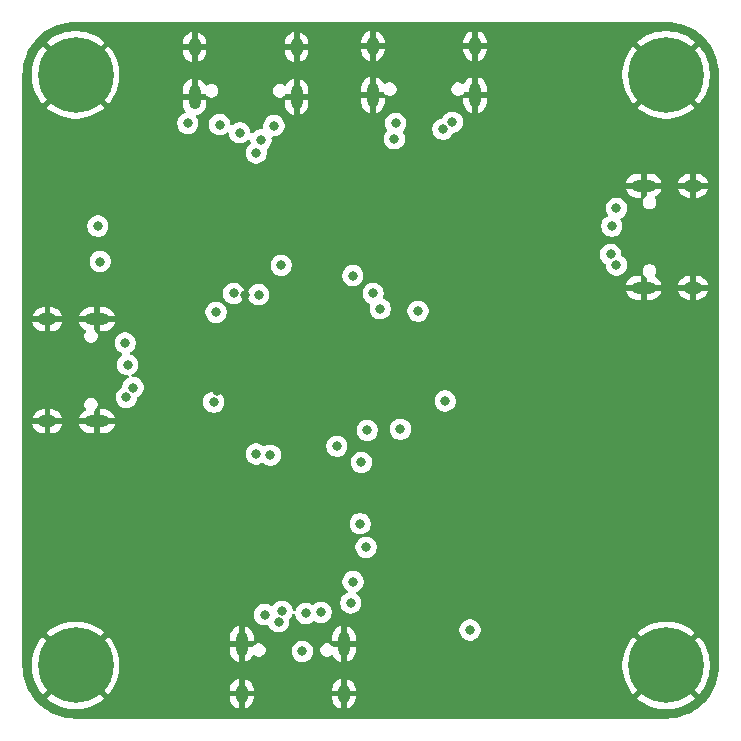
<source format=gbr>
%TF.GenerationSoftware,KiCad,Pcbnew,9.0.1*%
%TF.CreationDate,2025-04-07T20:20:11+02:00*%
%TF.ProjectId,PCB_COM,5043425f-434f-44d2-9e6b-696361645f70,rev?*%
%TF.SameCoordinates,Original*%
%TF.FileFunction,Copper,L2,Inr*%
%TF.FilePolarity,Positive*%
%FSLAX46Y46*%
G04 Gerber Fmt 4.6, Leading zero omitted, Abs format (unit mm)*
G04 Created by KiCad (PCBNEW 9.0.1) date 2025-04-07 20:20:11*
%MOMM*%
%LPD*%
G01*
G04 APERTURE LIST*
%TA.AperFunction,HeatsinkPad*%
%ADD10O,1.600000X1.000000*%
%TD*%
%TA.AperFunction,HeatsinkPad*%
%ADD11O,2.100000X1.000000*%
%TD*%
%TA.AperFunction,HeatsinkPad*%
%ADD12O,1.000000X1.600000*%
%TD*%
%TA.AperFunction,HeatsinkPad*%
%ADD13O,1.000000X2.100000*%
%TD*%
%TA.AperFunction,ComponentPad*%
%ADD14C,0.800000*%
%TD*%
%TA.AperFunction,ComponentPad*%
%ADD15C,6.400000*%
%TD*%
%TA.AperFunction,ViaPad*%
%ADD16C,0.800000*%
%TD*%
G04 APERTURE END LIST*
D10*
%TO.N,GND*%
%TO.C,J2*%
X120625000Y-104320000D03*
D11*
X124805000Y-104320000D03*
D10*
X120625000Y-95680000D03*
D11*
X124805000Y-95680000D03*
%TD*%
D12*
%TO.N,GND*%
%TO.C,J6*%
X145720000Y-127375000D03*
D13*
X145720000Y-123195000D03*
D12*
X137080000Y-127375000D03*
D13*
X137080000Y-123195000D03*
%TD*%
D10*
%TO.N,GND*%
%TO.C,J4*%
X175275000Y-84380000D03*
D11*
X171095000Y-84380000D03*
D10*
X175275000Y-93020000D03*
D11*
X171095000Y-93020000D03*
%TD*%
D12*
%TO.N,GND*%
%TO.C,J5*%
X133080000Y-72665000D03*
D13*
X133080000Y-76845000D03*
D12*
X141720000Y-72665000D03*
D13*
X141720000Y-76845000D03*
%TD*%
D12*
%TO.N,GND*%
%TO.C,J3*%
X148180000Y-72525000D03*
D13*
X148180000Y-76705000D03*
D12*
X156820000Y-72525000D03*
D13*
X156820000Y-76705000D03*
%TD*%
D14*
%TO.N,GND*%
%TO.C,H4*%
X175400000Y-125000000D03*
X174697056Y-126697056D03*
X174697056Y-123302944D03*
X173000000Y-127400000D03*
D15*
X173000000Y-125000000D03*
D14*
X173000000Y-122600000D03*
X171302944Y-126697056D03*
X171302944Y-123302944D03*
X170600000Y-125000000D03*
%TD*%
%TO.N,GND*%
%TO.C,H2*%
X175400000Y-75000000D03*
X174697056Y-76697056D03*
X174697056Y-73302944D03*
X173000000Y-77400000D03*
D15*
X173000000Y-75000000D03*
D14*
X173000000Y-72600000D03*
X171302944Y-76697056D03*
X171302944Y-73302944D03*
X170600000Y-75000000D03*
%TD*%
%TO.N,GND*%
%TO.C,H1*%
X125400000Y-75000000D03*
X124697056Y-76697056D03*
X124697056Y-73302944D03*
X123000000Y-77400000D03*
D15*
X123000000Y-75000000D03*
D14*
X123000000Y-72600000D03*
X121302944Y-76697056D03*
X121302944Y-73302944D03*
X120600000Y-75000000D03*
%TD*%
%TO.N,GND*%
%TO.C,H3*%
X125400000Y-125000000D03*
X124697056Y-126697056D03*
X124697056Y-123302944D03*
X123000000Y-127400000D03*
D15*
X123000000Y-125000000D03*
D14*
X123000000Y-122600000D03*
X121302944Y-126697056D03*
X121302944Y-123302944D03*
X120600000Y-125000000D03*
%TD*%
D16*
%TO.N,USART4_TX*%
X140200000Y-121300000D03*
X142200000Y-123800000D03*
%TO.N,USART3_TX*%
X135200000Y-79200000D03*
%TO.N,+5V*%
X132500000Y-79100000D03*
%TO.N,+3.3V*%
X134900000Y-95100000D03*
%TO.N,USART3_RX*%
X136900000Y-79900000D03*
X138700000Y-80500000D03*
%TO.N,USART3_TX*%
X138300000Y-81600000D03*
%TO.N,+3.3V*%
X140408677Y-91130468D03*
%TO.N,GND*%
X129600000Y-93800000D03*
X137374147Y-93608059D03*
%TO.N,USART1_TX*%
X154100000Y-79600000D03*
X150000000Y-80400000D03*
%TO.N,NRST*%
X154300000Y-102600000D03*
X147100000Y-113000000D03*
%TO.N,SWO*%
X145123754Y-106433118D03*
X147600000Y-115000000D03*
%TO.N,SWCLK*%
X139500000Y-107200000D03*
X146500000Y-117900000D03*
%TO.N,SWDIO*%
X138300000Y-107100000D03*
X146300000Y-119700000D03*
%TO.N,USART4_TX*%
X140500000Y-120400000D03*
X142500000Y-120600000D03*
%TO.N,USART2_RX*%
X148200000Y-93500000D03*
X168300000Y-90200000D03*
X168400000Y-87800000D03*
%TO.N,GND*%
X134962729Y-101735131D03*
X137800000Y-105100000D03*
%TO.N,USB_DP*%
X127854701Y-101467947D03*
X127400000Y-99525000D03*
%TO.N,+3.3V*%
X156400000Y-122000000D03*
X134700000Y-102700000D03*
X136380000Y-93500000D03*
X138500000Y-93600000D03*
X146480000Y-92000000D03*
X152000000Y-95000000D03*
X148800000Y-94800000D03*
X150500000Y-105000000D03*
X147700000Y-105100000D03*
X147200000Y-107800000D03*
%TO.N,+5V*%
X143800000Y-120500000D03*
X139000000Y-120700000D03*
X127300000Y-102300000D03*
X127200000Y-97700000D03*
X125087500Y-90800000D03*
X124887500Y-87800000D03*
X168800000Y-91100000D03*
X168800000Y-86300000D03*
X150100000Y-79100000D03*
X154900000Y-79000000D03*
X139800000Y-79300000D03*
%TD*%
%TA.AperFunction,Conductor*%
%TO.N,GND*%
G36*
X173002702Y-70500617D02*
G01*
X173386771Y-70517386D01*
X173397506Y-70518326D01*
X173775971Y-70568152D01*
X173786597Y-70570025D01*
X174159284Y-70652648D01*
X174169710Y-70655442D01*
X174533765Y-70770227D01*
X174543911Y-70773920D01*
X174896578Y-70920000D01*
X174906369Y-70924566D01*
X175244942Y-71100816D01*
X175254310Y-71106224D01*
X175576244Y-71311318D01*
X175585105Y-71317523D01*
X175887930Y-71549889D01*
X175896217Y-71556843D01*
X176177635Y-71814715D01*
X176185284Y-71822364D01*
X176443156Y-72103782D01*
X176450110Y-72112069D01*
X176682476Y-72414894D01*
X176688681Y-72423755D01*
X176893775Y-72745689D01*
X176899183Y-72755057D01*
X177075430Y-73093623D01*
X177080002Y-73103427D01*
X177226075Y-73456078D01*
X177229775Y-73466244D01*
X177344554Y-73830278D01*
X177347354Y-73840727D01*
X177429971Y-74213389D01*
X177431849Y-74224042D01*
X177481671Y-74602473D01*
X177482614Y-74613249D01*
X177499382Y-74997297D01*
X177499500Y-75002706D01*
X177499500Y-124997293D01*
X177499382Y-125002702D01*
X177482614Y-125386750D01*
X177481671Y-125397526D01*
X177431849Y-125775957D01*
X177429971Y-125786610D01*
X177347354Y-126159272D01*
X177344554Y-126169721D01*
X177229775Y-126533755D01*
X177226075Y-126543921D01*
X177080002Y-126896572D01*
X177075430Y-126906376D01*
X176899183Y-127244942D01*
X176893775Y-127254310D01*
X176688681Y-127576244D01*
X176682476Y-127585105D01*
X176450110Y-127887930D01*
X176443156Y-127896217D01*
X176185284Y-128177635D01*
X176177635Y-128185284D01*
X175896217Y-128443156D01*
X175887930Y-128450110D01*
X175585105Y-128682476D01*
X175576244Y-128688681D01*
X175254310Y-128893775D01*
X175244942Y-128899183D01*
X174906376Y-129075430D01*
X174896572Y-129080002D01*
X174543921Y-129226075D01*
X174533755Y-129229775D01*
X174169721Y-129344554D01*
X174159272Y-129347354D01*
X173786610Y-129429971D01*
X173775957Y-129431849D01*
X173397526Y-129481671D01*
X173386750Y-129482614D01*
X173002703Y-129499382D01*
X172997294Y-129499500D01*
X123002706Y-129499500D01*
X122997297Y-129499382D01*
X122613249Y-129482614D01*
X122602473Y-129481671D01*
X122224042Y-129431849D01*
X122213389Y-129429971D01*
X121840727Y-129347354D01*
X121830278Y-129344554D01*
X121466244Y-129229775D01*
X121456078Y-129226075D01*
X121103427Y-129080002D01*
X121093623Y-129075430D01*
X120755057Y-128899183D01*
X120745689Y-128893775D01*
X120423755Y-128688681D01*
X120414894Y-128682476D01*
X120112069Y-128450110D01*
X120103782Y-128443156D01*
X119822364Y-128185284D01*
X119814715Y-128177635D01*
X119556843Y-127896217D01*
X119549889Y-127887930D01*
X119493921Y-127814991D01*
X119317523Y-127585105D01*
X119311318Y-127576244D01*
X119106224Y-127254310D01*
X119100816Y-127244942D01*
X118924566Y-126906369D01*
X118919997Y-126896572D01*
X118917604Y-126890795D01*
X118773920Y-126543911D01*
X118770224Y-126533755D01*
X118655442Y-126169710D01*
X118652648Y-126159284D01*
X118570025Y-125786597D01*
X118568152Y-125775971D01*
X118518326Y-125397506D01*
X118517386Y-125386771D01*
X118500618Y-125002702D01*
X118500500Y-124997293D01*
X118500500Y-124818234D01*
X119300000Y-124818234D01*
X119300000Y-125181765D01*
X119335632Y-125543556D01*
X119406550Y-125900090D01*
X119406553Y-125900101D01*
X119512086Y-126247997D01*
X119651207Y-126583864D01*
X119651209Y-126583869D01*
X119822570Y-126904462D01*
X119822581Y-126904480D01*
X120024551Y-127206750D01*
X120211678Y-127434765D01*
X120211679Y-127434766D01*
X121705747Y-125940697D01*
X121779588Y-126042330D01*
X121957670Y-126220412D01*
X122059301Y-126294251D01*
X120565232Y-127788319D01*
X120565233Y-127788320D01*
X120793249Y-127975448D01*
X121095519Y-128177418D01*
X121095537Y-128177429D01*
X121416130Y-128348790D01*
X121416135Y-128348792D01*
X121752002Y-128487913D01*
X122099898Y-128593446D01*
X122099909Y-128593449D01*
X122456443Y-128664367D01*
X122818234Y-128700000D01*
X123181766Y-128700000D01*
X123543556Y-128664367D01*
X123900090Y-128593449D01*
X123900101Y-128593446D01*
X124247997Y-128487913D01*
X124583864Y-128348792D01*
X124583869Y-128348790D01*
X124904462Y-128177429D01*
X124904480Y-128177418D01*
X125206736Y-127975457D01*
X125206750Y-127975447D01*
X125434765Y-127788320D01*
X125434766Y-127788319D01*
X125307766Y-127661319D01*
X123940698Y-126294251D01*
X124042330Y-126220412D01*
X124220412Y-126042330D01*
X124294251Y-125940698D01*
X125788319Y-127434766D01*
X125788320Y-127434765D01*
X125975447Y-127206750D01*
X125975457Y-127206736D01*
X126129293Y-126976504D01*
X136080000Y-126976504D01*
X136080000Y-127125000D01*
X136780000Y-127125000D01*
X136780000Y-127625000D01*
X136080000Y-127625000D01*
X136080000Y-127773495D01*
X136118427Y-127966681D01*
X136118430Y-127966693D01*
X136193807Y-128148671D01*
X136193814Y-128148684D01*
X136303248Y-128312462D01*
X136303251Y-128312466D01*
X136442533Y-128451748D01*
X136442537Y-128451751D01*
X136606315Y-128561185D01*
X136606328Y-128561192D01*
X136788308Y-128636569D01*
X136830000Y-128644862D01*
X136830000Y-127841988D01*
X136839940Y-127859205D01*
X136895795Y-127915060D01*
X136964204Y-127954556D01*
X137040504Y-127975000D01*
X137119496Y-127975000D01*
X137195796Y-127954556D01*
X137264205Y-127915060D01*
X137320060Y-127859205D01*
X137330000Y-127841988D01*
X137330000Y-128644862D01*
X137371690Y-128636569D01*
X137371692Y-128636569D01*
X137553671Y-128561192D01*
X137553684Y-128561185D01*
X137717462Y-128451751D01*
X137717466Y-128451748D01*
X137856748Y-128312466D01*
X137856751Y-128312462D01*
X137966185Y-128148684D01*
X137966192Y-128148671D01*
X138041569Y-127966693D01*
X138041572Y-127966681D01*
X138079999Y-127773495D01*
X138080000Y-127773492D01*
X138080000Y-127625000D01*
X137380000Y-127625000D01*
X137380000Y-127125000D01*
X138080000Y-127125000D01*
X138080000Y-126976508D01*
X138079999Y-126976504D01*
X144720000Y-126976504D01*
X144720000Y-127125000D01*
X145420000Y-127125000D01*
X145420000Y-127625000D01*
X144720000Y-127625000D01*
X144720000Y-127773495D01*
X144758427Y-127966681D01*
X144758430Y-127966693D01*
X144833807Y-128148671D01*
X144833814Y-128148684D01*
X144943248Y-128312462D01*
X144943251Y-128312466D01*
X145082533Y-128451748D01*
X145082537Y-128451751D01*
X145246315Y-128561185D01*
X145246328Y-128561192D01*
X145428308Y-128636569D01*
X145470000Y-128644862D01*
X145470000Y-127841988D01*
X145479940Y-127859205D01*
X145535795Y-127915060D01*
X145604204Y-127954556D01*
X145680504Y-127975000D01*
X145759496Y-127975000D01*
X145835796Y-127954556D01*
X145904205Y-127915060D01*
X145960060Y-127859205D01*
X145970000Y-127841988D01*
X145970000Y-128644862D01*
X146011690Y-128636569D01*
X146011692Y-128636569D01*
X146193671Y-128561192D01*
X146193684Y-128561185D01*
X146357462Y-128451751D01*
X146357466Y-128451748D01*
X146496748Y-128312466D01*
X146496751Y-128312462D01*
X146606185Y-128148684D01*
X146606192Y-128148671D01*
X146681569Y-127966693D01*
X146681572Y-127966681D01*
X146719999Y-127773495D01*
X146720000Y-127773492D01*
X146720000Y-127625000D01*
X146020000Y-127625000D01*
X146020000Y-127125000D01*
X146720000Y-127125000D01*
X146720000Y-126976508D01*
X146719999Y-126976504D01*
X146681572Y-126783318D01*
X146681569Y-126783306D01*
X146606192Y-126601328D01*
X146606185Y-126601315D01*
X146496751Y-126437537D01*
X146496748Y-126437533D01*
X146357466Y-126298251D01*
X146357462Y-126298248D01*
X146193684Y-126188814D01*
X146193671Y-126188807D01*
X146011691Y-126113429D01*
X146011683Y-126113427D01*
X145970000Y-126105135D01*
X145970000Y-126908011D01*
X145960060Y-126890795D01*
X145904205Y-126834940D01*
X145835796Y-126795444D01*
X145759496Y-126775000D01*
X145680504Y-126775000D01*
X145604204Y-126795444D01*
X145535795Y-126834940D01*
X145479940Y-126890795D01*
X145470000Y-126908011D01*
X145470000Y-126105136D01*
X145469999Y-126105135D01*
X145428316Y-126113427D01*
X145428308Y-126113429D01*
X145246328Y-126188807D01*
X145246315Y-126188814D01*
X145082537Y-126298248D01*
X145082533Y-126298251D01*
X144943251Y-126437533D01*
X144943248Y-126437537D01*
X144833814Y-126601315D01*
X144833807Y-126601328D01*
X144758430Y-126783306D01*
X144758427Y-126783318D01*
X144720000Y-126976504D01*
X138079999Y-126976504D01*
X138041572Y-126783318D01*
X138041569Y-126783306D01*
X137966192Y-126601328D01*
X137966185Y-126601315D01*
X137856751Y-126437537D01*
X137856748Y-126437533D01*
X137717466Y-126298251D01*
X137717462Y-126298248D01*
X137553684Y-126188814D01*
X137553671Y-126188807D01*
X137371691Y-126113429D01*
X137371683Y-126113427D01*
X137330000Y-126105135D01*
X137330000Y-126908011D01*
X137320060Y-126890795D01*
X137264205Y-126834940D01*
X137195796Y-126795444D01*
X137119496Y-126775000D01*
X137040504Y-126775000D01*
X136964204Y-126795444D01*
X136895795Y-126834940D01*
X136839940Y-126890795D01*
X136830000Y-126908011D01*
X136830000Y-126105136D01*
X136829999Y-126105135D01*
X136788316Y-126113427D01*
X136788308Y-126113429D01*
X136606328Y-126188807D01*
X136606315Y-126188814D01*
X136442537Y-126298248D01*
X136442533Y-126298251D01*
X136303251Y-126437533D01*
X136303248Y-126437537D01*
X136193814Y-126601315D01*
X136193807Y-126601328D01*
X136118430Y-126783306D01*
X136118427Y-126783318D01*
X136080000Y-126976504D01*
X126129293Y-126976504D01*
X126177424Y-126904471D01*
X126348790Y-126583869D01*
X126348792Y-126583864D01*
X126487913Y-126247997D01*
X126593446Y-125900101D01*
X126593449Y-125900090D01*
X126664367Y-125543556D01*
X126700000Y-125181765D01*
X126700000Y-124818234D01*
X169300000Y-124818234D01*
X169300000Y-125181765D01*
X169335632Y-125543556D01*
X169406550Y-125900090D01*
X169406553Y-125900101D01*
X169512086Y-126247997D01*
X169651207Y-126583864D01*
X169651209Y-126583869D01*
X169822570Y-126904462D01*
X169822581Y-126904480D01*
X170024551Y-127206750D01*
X170211678Y-127434765D01*
X170211679Y-127434766D01*
X171705747Y-125940697D01*
X171779588Y-126042330D01*
X171957670Y-126220412D01*
X172059301Y-126294251D01*
X170565232Y-127788319D01*
X170565233Y-127788320D01*
X170793249Y-127975448D01*
X171095519Y-128177418D01*
X171095537Y-128177429D01*
X171416130Y-128348790D01*
X171416135Y-128348792D01*
X171752002Y-128487913D01*
X172099898Y-128593446D01*
X172099909Y-128593449D01*
X172456443Y-128664367D01*
X172818234Y-128700000D01*
X173181766Y-128700000D01*
X173543556Y-128664367D01*
X173900090Y-128593449D01*
X173900101Y-128593446D01*
X174247997Y-128487913D01*
X174583864Y-128348792D01*
X174583869Y-128348790D01*
X174904462Y-128177429D01*
X174904480Y-128177418D01*
X175206736Y-127975457D01*
X175206750Y-127975447D01*
X175434765Y-127788320D01*
X175434766Y-127788319D01*
X173940698Y-126294251D01*
X174042330Y-126220412D01*
X174220412Y-126042330D01*
X174294251Y-125940698D01*
X175788319Y-127434766D01*
X175788320Y-127434765D01*
X175975447Y-127206750D01*
X175975457Y-127206736D01*
X176177418Y-126904480D01*
X176177429Y-126904462D01*
X176348790Y-126583869D01*
X176348792Y-126583864D01*
X176487913Y-126247997D01*
X176593446Y-125900101D01*
X176593449Y-125900090D01*
X176664367Y-125543556D01*
X176700000Y-125181765D01*
X176700000Y-124818234D01*
X176664367Y-124456443D01*
X176593449Y-124099909D01*
X176593446Y-124099898D01*
X176487913Y-123752002D01*
X176348792Y-123416135D01*
X176348790Y-123416130D01*
X176177429Y-123095537D01*
X176177418Y-123095519D01*
X175975448Y-122793249D01*
X175788320Y-122565233D01*
X175788319Y-122565232D01*
X174294251Y-124059300D01*
X174220412Y-123957670D01*
X174042330Y-123779588D01*
X173940698Y-123705748D01*
X175434766Y-122211679D01*
X175434765Y-122211678D01*
X175206750Y-122024551D01*
X174904480Y-121822581D01*
X174904462Y-121822570D01*
X174583869Y-121651209D01*
X174583864Y-121651207D01*
X174247997Y-121512086D01*
X173900101Y-121406553D01*
X173900090Y-121406550D01*
X173543556Y-121335632D01*
X173181766Y-121300000D01*
X172818234Y-121300000D01*
X172456443Y-121335632D01*
X172099909Y-121406550D01*
X172099898Y-121406553D01*
X171752002Y-121512086D01*
X171416135Y-121651207D01*
X171416130Y-121651209D01*
X171095537Y-121822570D01*
X171095519Y-121822581D01*
X170793258Y-122024545D01*
X170793254Y-122024548D01*
X170565233Y-122211679D01*
X170565233Y-122211680D01*
X172059301Y-123705748D01*
X171957670Y-123779588D01*
X171779588Y-123957670D01*
X171705748Y-124059301D01*
X170211680Y-122565233D01*
X170211679Y-122565233D01*
X170024548Y-122793254D01*
X170024545Y-122793258D01*
X169822581Y-123095519D01*
X169822570Y-123095537D01*
X169651209Y-123416130D01*
X169651207Y-123416135D01*
X169512086Y-123752002D01*
X169406553Y-124099898D01*
X169406550Y-124099909D01*
X169335632Y-124456443D01*
X169300000Y-124818234D01*
X126700000Y-124818234D01*
X126664367Y-124456443D01*
X126593449Y-124099909D01*
X126593446Y-124099898D01*
X126487913Y-123752002D01*
X126359130Y-123441091D01*
X126348790Y-123416129D01*
X126177429Y-123095537D01*
X126177418Y-123095519D01*
X125975448Y-122793249D01*
X125832513Y-122619082D01*
X125832512Y-122619081D01*
X125788319Y-122565232D01*
X124294251Y-124059300D01*
X124220412Y-123957670D01*
X124042330Y-123779588D01*
X123940698Y-123705748D01*
X125099941Y-122546504D01*
X136080000Y-122546504D01*
X136080000Y-122945000D01*
X136780000Y-122945000D01*
X136780000Y-123445000D01*
X136080000Y-123445000D01*
X136080000Y-123843495D01*
X136118427Y-124036681D01*
X136118430Y-124036693D01*
X136193807Y-124218671D01*
X136193814Y-124218684D01*
X136303248Y-124382462D01*
X136303251Y-124382466D01*
X136442533Y-124521748D01*
X136442537Y-124521751D01*
X136606315Y-124631185D01*
X136606328Y-124631192D01*
X136788308Y-124706569D01*
X136830000Y-124714862D01*
X136830000Y-123911988D01*
X136839940Y-123929205D01*
X136895795Y-123985060D01*
X136964204Y-124024556D01*
X137040504Y-124045000D01*
X137119496Y-124045000D01*
X137195796Y-124024556D01*
X137264205Y-123985060D01*
X137320060Y-123929205D01*
X137330000Y-123911988D01*
X137330000Y-124714862D01*
X137371690Y-124706569D01*
X137371692Y-124706569D01*
X137553671Y-124631192D01*
X137553684Y-124631185D01*
X137717462Y-124521751D01*
X137717466Y-124521748D01*
X137856748Y-124382466D01*
X137856751Y-124382462D01*
X137966185Y-124218684D01*
X137966186Y-124218682D01*
X137970129Y-124209163D01*
X138013968Y-124154757D01*
X138080261Y-124132689D01*
X138147961Y-124149965D01*
X138153400Y-124153647D01*
X138279665Y-124226547D01*
X138287865Y-124231281D01*
X138434234Y-124270500D01*
X138434236Y-124270500D01*
X138585764Y-124270500D01*
X138585766Y-124270500D01*
X138732135Y-124231281D01*
X138863365Y-124155515D01*
X138970515Y-124048365D01*
X139046281Y-123917135D01*
X139085500Y-123770766D01*
X139085500Y-123711304D01*
X141299500Y-123711304D01*
X141299500Y-123888695D01*
X141334103Y-124062658D01*
X141334106Y-124062667D01*
X141401983Y-124226540D01*
X141401990Y-124226553D01*
X141500535Y-124374034D01*
X141500538Y-124374038D01*
X141625961Y-124499461D01*
X141625965Y-124499464D01*
X141773446Y-124598009D01*
X141773459Y-124598016D01*
X141853538Y-124631185D01*
X141937334Y-124665894D01*
X141937336Y-124665894D01*
X141937341Y-124665896D01*
X142111304Y-124700499D01*
X142111307Y-124700500D01*
X142111309Y-124700500D01*
X142288693Y-124700500D01*
X142288694Y-124700499D01*
X142346682Y-124688964D01*
X142462658Y-124665896D01*
X142462661Y-124665894D01*
X142462666Y-124665894D01*
X142626547Y-124598013D01*
X142774035Y-124499464D01*
X142899464Y-124374035D01*
X142998013Y-124226547D01*
X143065894Y-124062666D01*
X143068739Y-124048367D01*
X143100499Y-123888695D01*
X143100500Y-123888693D01*
X143100500Y-123711306D01*
X143100499Y-123711304D01*
X143085381Y-123635298D01*
X143082186Y-123619234D01*
X143714500Y-123619234D01*
X143714500Y-123770765D01*
X143753719Y-123917136D01*
X143777122Y-123957670D01*
X143829485Y-124048365D01*
X143936635Y-124155515D01*
X144050281Y-124221129D01*
X144059665Y-124226547D01*
X144067865Y-124231281D01*
X144214234Y-124270500D01*
X144214236Y-124270500D01*
X144365764Y-124270500D01*
X144365766Y-124270500D01*
X144512135Y-124231281D01*
X144643365Y-124155515D01*
X144643366Y-124155513D01*
X144650403Y-124151451D01*
X144651676Y-124153656D01*
X144704956Y-124133043D01*
X144773405Y-124147063D01*
X144823407Y-124195864D01*
X144829867Y-124209157D01*
X144833809Y-124218674D01*
X144833814Y-124218684D01*
X144943248Y-124382462D01*
X144943251Y-124382466D01*
X145082533Y-124521748D01*
X145082537Y-124521751D01*
X145246315Y-124631185D01*
X145246328Y-124631192D01*
X145428308Y-124706569D01*
X145470000Y-124714862D01*
X145470000Y-123911988D01*
X145479940Y-123929205D01*
X145535795Y-123985060D01*
X145604204Y-124024556D01*
X145680504Y-124045000D01*
X145759496Y-124045000D01*
X145835796Y-124024556D01*
X145904205Y-123985060D01*
X145960060Y-123929205D01*
X145970000Y-123911988D01*
X145970000Y-124714862D01*
X146011689Y-124706570D01*
X146026040Y-124700626D01*
X146026041Y-124700625D01*
X146193671Y-124631192D01*
X146193684Y-124631185D01*
X146357462Y-124521751D01*
X146357466Y-124521748D01*
X146496748Y-124382466D01*
X146496751Y-124382462D01*
X146606185Y-124218684D01*
X146606192Y-124218671D01*
X146681569Y-124036693D01*
X146681572Y-124036681D01*
X146719999Y-123843495D01*
X146720000Y-123843492D01*
X146720000Y-123445000D01*
X146020000Y-123445000D01*
X146020000Y-122945000D01*
X146720000Y-122945000D01*
X146720000Y-122546508D01*
X146719999Y-122546504D01*
X146681572Y-122353318D01*
X146681569Y-122353306D01*
X146606192Y-122171328D01*
X146606185Y-122171315D01*
X146496751Y-122007537D01*
X146496748Y-122007533D01*
X146400519Y-121911304D01*
X155499500Y-121911304D01*
X155499500Y-122088695D01*
X155534103Y-122262658D01*
X155534106Y-122262667D01*
X155601983Y-122426540D01*
X155601990Y-122426553D01*
X155700535Y-122574034D01*
X155700538Y-122574038D01*
X155825961Y-122699461D01*
X155825965Y-122699464D01*
X155973446Y-122798009D01*
X155973459Y-122798016D01*
X156096363Y-122848923D01*
X156137334Y-122865894D01*
X156137336Y-122865894D01*
X156137341Y-122865896D01*
X156311304Y-122900499D01*
X156311307Y-122900500D01*
X156311309Y-122900500D01*
X156488693Y-122900500D01*
X156488694Y-122900499D01*
X156546682Y-122888964D01*
X156662658Y-122865896D01*
X156662661Y-122865894D01*
X156662666Y-122865894D01*
X156826547Y-122798013D01*
X156974035Y-122699464D01*
X157099464Y-122574035D01*
X157198013Y-122426547D01*
X157265894Y-122262666D01*
X157267109Y-122256555D01*
X157271139Y-122236301D01*
X157271139Y-122236299D01*
X157298646Y-122098013D01*
X157300500Y-122088691D01*
X157300500Y-121911309D01*
X157300500Y-121911306D01*
X157300499Y-121911304D01*
X157265896Y-121737341D01*
X157265893Y-121737332D01*
X157198016Y-121573459D01*
X157198009Y-121573446D01*
X157099464Y-121425965D01*
X157099461Y-121425961D01*
X156974038Y-121300538D01*
X156974034Y-121300535D01*
X156826553Y-121201990D01*
X156826540Y-121201983D01*
X156662667Y-121134106D01*
X156662658Y-121134103D01*
X156488694Y-121099500D01*
X156488691Y-121099500D01*
X156311309Y-121099500D01*
X156311306Y-121099500D01*
X156137341Y-121134103D01*
X156137332Y-121134106D01*
X155973459Y-121201983D01*
X155973446Y-121201990D01*
X155825965Y-121300535D01*
X155825961Y-121300538D01*
X155700538Y-121425961D01*
X155700535Y-121425965D01*
X155601990Y-121573446D01*
X155601983Y-121573459D01*
X155534106Y-121737332D01*
X155534103Y-121737341D01*
X155499500Y-121911304D01*
X146400519Y-121911304D01*
X146357466Y-121868251D01*
X146357462Y-121868248D01*
X146193684Y-121758814D01*
X146193671Y-121758807D01*
X146011691Y-121683429D01*
X146011683Y-121683427D01*
X145970000Y-121675135D01*
X145970000Y-122478011D01*
X145960060Y-122460795D01*
X145904205Y-122404940D01*
X145835796Y-122365444D01*
X145759496Y-122345000D01*
X145680504Y-122345000D01*
X145604204Y-122365444D01*
X145535795Y-122404940D01*
X145479940Y-122460795D01*
X145470000Y-122478011D01*
X145470000Y-121675136D01*
X145469999Y-121675135D01*
X145428316Y-121683427D01*
X145428308Y-121683429D01*
X145246328Y-121758807D01*
X145246315Y-121758814D01*
X145082537Y-121868248D01*
X145082533Y-121868251D01*
X144943251Y-122007533D01*
X144943248Y-122007537D01*
X144833814Y-122171315D01*
X144833807Y-122171328D01*
X144758430Y-122353306D01*
X144758427Y-122353318D01*
X144720000Y-122546504D01*
X144720000Y-122945000D01*
X145420000Y-122945000D01*
X145420000Y-123445000D01*
X144881784Y-123445000D01*
X144814745Y-123425315D01*
X144774397Y-123383000D01*
X144750515Y-123341635D01*
X144643365Y-123234485D01*
X144577750Y-123196602D01*
X144512136Y-123158719D01*
X144438950Y-123139109D01*
X144365766Y-123119500D01*
X144214234Y-123119500D01*
X144067863Y-123158719D01*
X143936635Y-123234485D01*
X143936632Y-123234487D01*
X143829487Y-123341632D01*
X143829485Y-123341635D01*
X143753719Y-123472863D01*
X143714500Y-123619234D01*
X143082186Y-123619234D01*
X143065896Y-123537342D01*
X143065893Y-123537332D01*
X142998016Y-123373459D01*
X142998009Y-123373446D01*
X142899464Y-123225965D01*
X142899461Y-123225961D01*
X142774038Y-123100538D01*
X142774034Y-123100535D01*
X142626553Y-123001990D01*
X142626540Y-123001983D01*
X142462667Y-122934106D01*
X142462658Y-122934103D01*
X142288694Y-122899500D01*
X142288691Y-122899500D01*
X142111309Y-122899500D01*
X142111306Y-122899500D01*
X141937341Y-122934103D01*
X141937332Y-122934106D01*
X141773459Y-123001983D01*
X141773446Y-123001990D01*
X141625965Y-123100535D01*
X141625961Y-123100538D01*
X141500538Y-123225961D01*
X141500535Y-123225965D01*
X141401990Y-123373446D01*
X141401983Y-123373459D01*
X141334106Y-123537332D01*
X141334103Y-123537341D01*
X141299500Y-123711304D01*
X139085500Y-123711304D01*
X139085500Y-123619234D01*
X139046281Y-123472865D01*
X138970515Y-123341635D01*
X138863365Y-123234485D01*
X138797750Y-123196602D01*
X138732136Y-123158719D01*
X138658950Y-123139109D01*
X138585766Y-123119500D01*
X138434234Y-123119500D01*
X138287863Y-123158719D01*
X138156635Y-123234485D01*
X138156632Y-123234487D01*
X138049487Y-123341632D01*
X138049483Y-123341638D01*
X138025603Y-123383000D01*
X137975036Y-123431216D01*
X137918216Y-123445000D01*
X137380000Y-123445000D01*
X137380000Y-122945000D01*
X138080000Y-122945000D01*
X138080000Y-122546508D01*
X138079999Y-122546504D01*
X138041572Y-122353318D01*
X138041569Y-122353306D01*
X137966192Y-122171328D01*
X137966185Y-122171315D01*
X137856751Y-122007537D01*
X137856748Y-122007533D01*
X137717466Y-121868251D01*
X137717462Y-121868248D01*
X137553684Y-121758814D01*
X137553671Y-121758807D01*
X137371691Y-121683429D01*
X137371683Y-121683427D01*
X137330000Y-121675135D01*
X137330000Y-122478011D01*
X137320060Y-122460795D01*
X137264205Y-122404940D01*
X137195796Y-122365444D01*
X137119496Y-122345000D01*
X137040504Y-122345000D01*
X136964204Y-122365444D01*
X136895795Y-122404940D01*
X136839940Y-122460795D01*
X136830000Y-122478011D01*
X136830000Y-121675136D01*
X136829999Y-121675135D01*
X136788316Y-121683427D01*
X136788308Y-121683429D01*
X136606328Y-121758807D01*
X136606315Y-121758814D01*
X136442537Y-121868248D01*
X136442533Y-121868251D01*
X136303251Y-122007533D01*
X136303248Y-122007537D01*
X136193814Y-122171315D01*
X136193807Y-122171328D01*
X136118430Y-122353306D01*
X136118427Y-122353318D01*
X136080000Y-122546504D01*
X125099941Y-122546504D01*
X125434766Y-122211679D01*
X125434765Y-122211678D01*
X125206750Y-122024551D01*
X124904480Y-121822581D01*
X124904462Y-121822570D01*
X124583869Y-121651209D01*
X124583864Y-121651207D01*
X124247997Y-121512086D01*
X123900101Y-121406553D01*
X123900090Y-121406550D01*
X123543556Y-121335632D01*
X123181766Y-121300000D01*
X122818234Y-121300000D01*
X122456443Y-121335632D01*
X122099909Y-121406550D01*
X122099898Y-121406553D01*
X121752002Y-121512086D01*
X121416135Y-121651207D01*
X121416130Y-121651209D01*
X121095537Y-121822570D01*
X121095519Y-121822581D01*
X120793258Y-122024545D01*
X120793254Y-122024548D01*
X120565233Y-122211679D01*
X120565233Y-122211680D01*
X122059301Y-123705748D01*
X121957670Y-123779588D01*
X121779588Y-123957670D01*
X121705748Y-124059301D01*
X120211680Y-122565233D01*
X120211679Y-122565233D01*
X120024548Y-122793254D01*
X120024545Y-122793258D01*
X119822581Y-123095519D01*
X119822570Y-123095537D01*
X119651209Y-123416130D01*
X119651207Y-123416135D01*
X119512086Y-123752002D01*
X119406553Y-124099898D01*
X119406550Y-124099909D01*
X119335632Y-124456443D01*
X119300000Y-124818234D01*
X118500500Y-124818234D01*
X118500500Y-120611304D01*
X138099500Y-120611304D01*
X138099500Y-120788695D01*
X138134103Y-120962658D01*
X138134106Y-120962667D01*
X138201983Y-121126540D01*
X138201990Y-121126553D01*
X138300535Y-121274034D01*
X138300538Y-121274038D01*
X138425961Y-121399461D01*
X138425965Y-121399464D01*
X138573446Y-121498009D01*
X138573459Y-121498016D01*
X138670737Y-121538309D01*
X138737334Y-121565894D01*
X138737336Y-121565894D01*
X138737341Y-121565896D01*
X138911304Y-121600499D01*
X138911307Y-121600500D01*
X138911309Y-121600500D01*
X139088693Y-121600500D01*
X139198789Y-121578600D01*
X139230093Y-121572373D01*
X139299685Y-121578600D01*
X139354862Y-121621463D01*
X139368846Y-121646538D01*
X139401983Y-121726540D01*
X139401990Y-121726553D01*
X139500535Y-121874034D01*
X139500538Y-121874038D01*
X139625961Y-121999461D01*
X139625965Y-121999464D01*
X139773446Y-122098009D01*
X139773459Y-122098016D01*
X139896363Y-122148923D01*
X139937334Y-122165894D01*
X139937336Y-122165894D01*
X139937341Y-122165896D01*
X140111304Y-122200499D01*
X140111307Y-122200500D01*
X140111309Y-122200500D01*
X140288693Y-122200500D01*
X140288694Y-122200499D01*
X140346682Y-122188964D01*
X140462658Y-122165896D01*
X140462661Y-122165894D01*
X140462666Y-122165894D01*
X140626547Y-122098013D01*
X140774035Y-121999464D01*
X140899464Y-121874035D01*
X140998013Y-121726547D01*
X141065894Y-121562666D01*
X141078755Y-121498013D01*
X141096947Y-121406553D01*
X141100500Y-121388691D01*
X141100500Y-121211309D01*
X141098646Y-121201990D01*
X141090483Y-121160953D01*
X141096710Y-121091361D01*
X141124416Y-121049082D01*
X141199464Y-120974035D01*
X141298013Y-120826547D01*
X141363785Y-120667755D01*
X141407624Y-120613355D01*
X141473918Y-120591289D01*
X141541617Y-120608568D01*
X141589228Y-120659704D01*
X141599962Y-120691018D01*
X141634104Y-120862659D01*
X141634106Y-120862667D01*
X141701983Y-121026540D01*
X141701990Y-121026553D01*
X141800535Y-121174034D01*
X141800538Y-121174038D01*
X141925961Y-121299461D01*
X141925965Y-121299464D01*
X142073446Y-121398009D01*
X142073459Y-121398016D01*
X142196363Y-121448923D01*
X142237334Y-121465894D01*
X142237336Y-121465894D01*
X142237341Y-121465896D01*
X142411304Y-121500499D01*
X142411307Y-121500500D01*
X142411309Y-121500500D01*
X142588693Y-121500500D01*
X142588694Y-121500499D01*
X142646682Y-121488964D01*
X142762658Y-121465896D01*
X142762661Y-121465894D01*
X142762666Y-121465894D01*
X142926547Y-121398013D01*
X143074035Y-121299464D01*
X143122876Y-121250623D01*
X143184199Y-121217137D01*
X143253890Y-121222121D01*
X143279445Y-121235198D01*
X143373453Y-121298013D01*
X143373455Y-121298014D01*
X143373459Y-121298016D01*
X143464274Y-121335632D01*
X143537334Y-121365894D01*
X143537336Y-121365894D01*
X143537341Y-121365896D01*
X143711304Y-121400499D01*
X143711307Y-121400500D01*
X143711309Y-121400500D01*
X143888693Y-121400500D01*
X143888694Y-121400499D01*
X143948058Y-121388691D01*
X144062658Y-121365896D01*
X144062661Y-121365894D01*
X144062666Y-121365894D01*
X144226547Y-121298013D01*
X144374035Y-121199464D01*
X144499464Y-121074035D01*
X144598013Y-120926547D01*
X144665894Y-120762666D01*
X144700500Y-120588691D01*
X144700500Y-120411309D01*
X144700500Y-120411306D01*
X144700499Y-120411304D01*
X144665896Y-120237341D01*
X144665893Y-120237332D01*
X144598016Y-120073459D01*
X144598009Y-120073446D01*
X144499464Y-119925965D01*
X144499461Y-119925961D01*
X144374038Y-119800538D01*
X144374034Y-119800535D01*
X144236024Y-119708319D01*
X144236023Y-119708318D01*
X144226554Y-119701991D01*
X144226540Y-119701983D01*
X144062667Y-119634106D01*
X144062658Y-119634103D01*
X143948038Y-119611304D01*
X145399500Y-119611304D01*
X145399500Y-119788695D01*
X145434103Y-119962658D01*
X145434106Y-119962667D01*
X145501983Y-120126540D01*
X145501990Y-120126553D01*
X145600535Y-120274034D01*
X145600538Y-120274038D01*
X145725961Y-120399461D01*
X145725965Y-120399464D01*
X145873446Y-120498009D01*
X145873459Y-120498016D01*
X145996363Y-120548923D01*
X146037334Y-120565894D01*
X146037336Y-120565894D01*
X146037341Y-120565896D01*
X146211304Y-120600499D01*
X146211307Y-120600500D01*
X146211309Y-120600500D01*
X146388693Y-120600500D01*
X146388694Y-120600499D01*
X146448058Y-120588691D01*
X146562658Y-120565896D01*
X146562661Y-120565894D01*
X146562666Y-120565894D01*
X146726547Y-120498013D01*
X146874035Y-120399464D01*
X146999464Y-120274035D01*
X147098013Y-120126547D01*
X147165894Y-119962666D01*
X147168776Y-119948180D01*
X147193086Y-119825961D01*
X147200500Y-119788691D01*
X147200500Y-119611309D01*
X147200500Y-119611306D01*
X147200499Y-119611304D01*
X147165896Y-119437341D01*
X147165893Y-119437332D01*
X147098016Y-119273459D01*
X147098009Y-119273446D01*
X146999464Y-119125965D01*
X146999461Y-119125961D01*
X146874038Y-119000538D01*
X146874034Y-119000535D01*
X146807526Y-118956095D01*
X146762721Y-118902482D01*
X146754014Y-118833157D01*
X146784169Y-118770130D01*
X146828962Y-118738433D01*
X146926547Y-118698013D01*
X147074035Y-118599464D01*
X147199464Y-118474035D01*
X147298013Y-118326547D01*
X147365894Y-118162666D01*
X147400500Y-117988691D01*
X147400500Y-117811309D01*
X147400500Y-117811306D01*
X147400499Y-117811304D01*
X147365896Y-117637341D01*
X147365893Y-117637332D01*
X147298016Y-117473459D01*
X147298009Y-117473446D01*
X147199464Y-117325965D01*
X147199461Y-117325961D01*
X147074038Y-117200538D01*
X147074034Y-117200535D01*
X146926553Y-117101990D01*
X146926540Y-117101983D01*
X146762667Y-117034106D01*
X146762658Y-117034103D01*
X146588694Y-116999500D01*
X146588691Y-116999500D01*
X146411309Y-116999500D01*
X146411306Y-116999500D01*
X146237341Y-117034103D01*
X146237332Y-117034106D01*
X146073459Y-117101983D01*
X146073446Y-117101990D01*
X145925965Y-117200535D01*
X145925961Y-117200538D01*
X145800538Y-117325961D01*
X145800535Y-117325965D01*
X145701990Y-117473446D01*
X145701983Y-117473459D01*
X145634106Y-117637332D01*
X145634103Y-117637341D01*
X145599500Y-117811304D01*
X145599500Y-117988695D01*
X145634103Y-118162658D01*
X145634106Y-118162667D01*
X145701983Y-118326540D01*
X145701990Y-118326553D01*
X145800535Y-118474034D01*
X145800538Y-118474038D01*
X145925961Y-118599461D01*
X145925965Y-118599464D01*
X145992473Y-118643904D01*
X146037278Y-118697517D01*
X146045985Y-118766842D01*
X146015830Y-118829869D01*
X145971035Y-118861567D01*
X145873455Y-118901985D01*
X145873446Y-118901990D01*
X145725965Y-119000535D01*
X145725961Y-119000538D01*
X145600538Y-119125961D01*
X145600535Y-119125965D01*
X145501990Y-119273446D01*
X145501983Y-119273459D01*
X145434106Y-119437332D01*
X145434103Y-119437341D01*
X145399500Y-119611304D01*
X143948038Y-119611304D01*
X143888694Y-119599500D01*
X143888691Y-119599500D01*
X143711309Y-119599500D01*
X143711306Y-119599500D01*
X143537341Y-119634103D01*
X143537332Y-119634106D01*
X143373459Y-119701983D01*
X143373446Y-119701990D01*
X143225965Y-119800535D01*
X143225960Y-119800539D01*
X143177121Y-119849378D01*
X143115798Y-119882862D01*
X143046106Y-119877877D01*
X143020550Y-119864798D01*
X142926552Y-119801990D01*
X142926540Y-119801983D01*
X142762667Y-119734106D01*
X142762658Y-119734103D01*
X142588694Y-119699500D01*
X142588691Y-119699500D01*
X142411309Y-119699500D01*
X142411306Y-119699500D01*
X142237341Y-119734103D01*
X142237332Y-119734106D01*
X142073459Y-119801983D01*
X142073446Y-119801990D01*
X141925965Y-119900535D01*
X141925961Y-119900538D01*
X141800538Y-120025961D01*
X141800535Y-120025965D01*
X141701990Y-120173446D01*
X141701983Y-120173459D01*
X141636215Y-120332241D01*
X141592374Y-120386645D01*
X141526080Y-120408710D01*
X141458381Y-120391431D01*
X141410770Y-120340294D01*
X141400037Y-120308980D01*
X141365896Y-120137341D01*
X141365893Y-120137332D01*
X141298016Y-119973459D01*
X141298009Y-119973446D01*
X141199464Y-119825965D01*
X141199461Y-119825961D01*
X141074038Y-119700538D01*
X141074034Y-119700535D01*
X140926553Y-119601990D01*
X140926540Y-119601983D01*
X140762667Y-119534106D01*
X140762658Y-119534103D01*
X140588694Y-119499500D01*
X140588691Y-119499500D01*
X140411309Y-119499500D01*
X140411306Y-119499500D01*
X140237341Y-119534103D01*
X140237332Y-119534106D01*
X140073459Y-119601983D01*
X140073446Y-119601990D01*
X139925965Y-119700535D01*
X139925961Y-119700538D01*
X139800538Y-119825961D01*
X139800535Y-119825965D01*
X139718873Y-119948180D01*
X139665260Y-119992985D01*
X139595935Y-120001692D01*
X139546880Y-119982391D01*
X139426553Y-119901990D01*
X139426540Y-119901983D01*
X139262667Y-119834106D01*
X139262658Y-119834103D01*
X139088694Y-119799500D01*
X139088691Y-119799500D01*
X138911309Y-119799500D01*
X138911306Y-119799500D01*
X138737341Y-119834103D01*
X138737332Y-119834106D01*
X138573459Y-119901983D01*
X138573446Y-119901990D01*
X138425965Y-120000535D01*
X138425961Y-120000538D01*
X138300538Y-120125961D01*
X138300535Y-120125965D01*
X138201990Y-120273446D01*
X138201983Y-120273459D01*
X138134106Y-120437332D01*
X138134103Y-120437341D01*
X138099500Y-120611304D01*
X118500500Y-120611304D01*
X118500500Y-114911304D01*
X146699500Y-114911304D01*
X146699500Y-115088695D01*
X146734103Y-115262658D01*
X146734106Y-115262667D01*
X146801983Y-115426540D01*
X146801990Y-115426553D01*
X146900535Y-115574034D01*
X146900538Y-115574038D01*
X147025961Y-115699461D01*
X147025965Y-115699464D01*
X147173446Y-115798009D01*
X147173459Y-115798016D01*
X147296363Y-115848923D01*
X147337334Y-115865894D01*
X147337336Y-115865894D01*
X147337341Y-115865896D01*
X147511304Y-115900499D01*
X147511307Y-115900500D01*
X147511309Y-115900500D01*
X147688693Y-115900500D01*
X147688694Y-115900499D01*
X147746682Y-115888964D01*
X147862658Y-115865896D01*
X147862661Y-115865894D01*
X147862666Y-115865894D01*
X148026547Y-115798013D01*
X148174035Y-115699464D01*
X148299464Y-115574035D01*
X148398013Y-115426547D01*
X148465894Y-115262666D01*
X148500500Y-115088691D01*
X148500500Y-114911309D01*
X148500500Y-114911306D01*
X148500499Y-114911304D01*
X148465896Y-114737341D01*
X148465893Y-114737332D01*
X148398016Y-114573459D01*
X148398009Y-114573446D01*
X148299464Y-114425965D01*
X148299461Y-114425961D01*
X148174038Y-114300538D01*
X148174034Y-114300535D01*
X148026553Y-114201990D01*
X148026540Y-114201983D01*
X147862667Y-114134106D01*
X147862658Y-114134103D01*
X147688694Y-114099500D01*
X147688691Y-114099500D01*
X147511309Y-114099500D01*
X147511306Y-114099500D01*
X147337341Y-114134103D01*
X147337332Y-114134106D01*
X147173459Y-114201983D01*
X147173446Y-114201990D01*
X147025965Y-114300535D01*
X147025961Y-114300538D01*
X146900538Y-114425961D01*
X146900535Y-114425965D01*
X146801990Y-114573446D01*
X146801983Y-114573459D01*
X146734106Y-114737332D01*
X146734103Y-114737341D01*
X146699500Y-114911304D01*
X118500500Y-114911304D01*
X118500500Y-112911304D01*
X146199500Y-112911304D01*
X146199500Y-113088695D01*
X146234103Y-113262658D01*
X146234106Y-113262667D01*
X146301983Y-113426540D01*
X146301990Y-113426553D01*
X146400535Y-113574034D01*
X146400538Y-113574038D01*
X146525961Y-113699461D01*
X146525965Y-113699464D01*
X146673446Y-113798009D01*
X146673459Y-113798016D01*
X146796363Y-113848923D01*
X146837334Y-113865894D01*
X146837336Y-113865894D01*
X146837341Y-113865896D01*
X147011304Y-113900499D01*
X147011307Y-113900500D01*
X147011309Y-113900500D01*
X147188693Y-113900500D01*
X147188694Y-113900499D01*
X147246682Y-113888964D01*
X147362658Y-113865896D01*
X147362661Y-113865894D01*
X147362666Y-113865894D01*
X147526547Y-113798013D01*
X147674035Y-113699464D01*
X147799464Y-113574035D01*
X147898013Y-113426547D01*
X147965894Y-113262666D01*
X148000500Y-113088691D01*
X148000500Y-112911309D01*
X148000500Y-112911306D01*
X148000499Y-112911304D01*
X147965896Y-112737341D01*
X147965893Y-112737332D01*
X147898016Y-112573459D01*
X147898009Y-112573446D01*
X147799464Y-112425965D01*
X147799461Y-112425961D01*
X147674038Y-112300538D01*
X147674034Y-112300535D01*
X147526553Y-112201990D01*
X147526540Y-112201983D01*
X147362667Y-112134106D01*
X147362658Y-112134103D01*
X147188694Y-112099500D01*
X147188691Y-112099500D01*
X147011309Y-112099500D01*
X147011306Y-112099500D01*
X146837341Y-112134103D01*
X146837332Y-112134106D01*
X146673459Y-112201983D01*
X146673446Y-112201990D01*
X146525965Y-112300535D01*
X146525961Y-112300538D01*
X146400538Y-112425961D01*
X146400535Y-112425965D01*
X146301990Y-112573446D01*
X146301983Y-112573459D01*
X146234106Y-112737332D01*
X146234103Y-112737341D01*
X146199500Y-112911304D01*
X118500500Y-112911304D01*
X118500500Y-107011304D01*
X137399500Y-107011304D01*
X137399500Y-107188695D01*
X137434103Y-107362658D01*
X137434106Y-107362667D01*
X137501983Y-107526540D01*
X137501990Y-107526553D01*
X137600535Y-107674034D01*
X137600538Y-107674038D01*
X137725961Y-107799461D01*
X137725965Y-107799464D01*
X137873446Y-107898009D01*
X137873459Y-107898016D01*
X137996363Y-107948923D01*
X138037334Y-107965894D01*
X138037336Y-107965894D01*
X138037341Y-107965896D01*
X138211304Y-108000499D01*
X138211307Y-108000500D01*
X138211309Y-108000500D01*
X138388693Y-108000500D01*
X138388694Y-108000499D01*
X138446682Y-107988964D01*
X138562658Y-107965896D01*
X138562661Y-107965894D01*
X138562666Y-107965894D01*
X138726547Y-107898013D01*
X138760604Y-107875256D01*
X138827278Y-107854377D01*
X138894659Y-107872860D01*
X138917176Y-107890676D01*
X138925961Y-107899461D01*
X138925965Y-107899464D01*
X139073446Y-107998009D01*
X139073459Y-107998016D01*
X139196363Y-108048923D01*
X139237334Y-108065894D01*
X139237336Y-108065894D01*
X139237341Y-108065896D01*
X139411304Y-108100499D01*
X139411307Y-108100500D01*
X139411309Y-108100500D01*
X139588693Y-108100500D01*
X139588694Y-108100499D01*
X139646682Y-108088964D01*
X139762658Y-108065896D01*
X139762661Y-108065894D01*
X139762666Y-108065894D01*
X139926547Y-107998013D01*
X140074035Y-107899464D01*
X140199464Y-107774035D01*
X140241380Y-107711304D01*
X146299500Y-107711304D01*
X146299500Y-107888695D01*
X146334103Y-108062658D01*
X146334106Y-108062667D01*
X146401983Y-108226540D01*
X146401990Y-108226553D01*
X146500535Y-108374034D01*
X146500538Y-108374038D01*
X146625961Y-108499461D01*
X146625965Y-108499464D01*
X146773446Y-108598009D01*
X146773459Y-108598016D01*
X146896363Y-108648923D01*
X146937334Y-108665894D01*
X146937336Y-108665894D01*
X146937341Y-108665896D01*
X147111304Y-108700499D01*
X147111307Y-108700500D01*
X147111309Y-108700500D01*
X147288693Y-108700500D01*
X147288694Y-108700499D01*
X147346682Y-108688964D01*
X147462658Y-108665896D01*
X147462661Y-108665894D01*
X147462666Y-108665894D01*
X147626547Y-108598013D01*
X147774035Y-108499464D01*
X147899464Y-108374035D01*
X147998013Y-108226547D01*
X148065894Y-108062666D01*
X148078755Y-107998013D01*
X148098646Y-107898012D01*
X148100500Y-107888691D01*
X148100500Y-107711309D01*
X148100500Y-107711306D01*
X148100499Y-107711304D01*
X148065896Y-107537341D01*
X148065893Y-107537332D01*
X147998016Y-107373459D01*
X147998009Y-107373446D01*
X147899464Y-107225965D01*
X147899461Y-107225961D01*
X147774038Y-107100538D01*
X147774034Y-107100535D01*
X147626553Y-107001990D01*
X147626540Y-107001983D01*
X147462667Y-106934106D01*
X147462658Y-106934103D01*
X147288694Y-106899500D01*
X147288691Y-106899500D01*
X147111309Y-106899500D01*
X147111306Y-106899500D01*
X146937341Y-106934103D01*
X146937332Y-106934106D01*
X146773459Y-107001983D01*
X146773446Y-107001990D01*
X146625965Y-107100535D01*
X146625961Y-107100538D01*
X146500538Y-107225961D01*
X146500535Y-107225965D01*
X146401990Y-107373446D01*
X146401983Y-107373459D01*
X146334106Y-107537332D01*
X146334103Y-107537341D01*
X146299500Y-107711304D01*
X140241380Y-107711304D01*
X140298013Y-107626547D01*
X140365894Y-107462666D01*
X140383639Y-107373459D01*
X140391564Y-107333617D01*
X140400500Y-107288691D01*
X140400500Y-107111309D01*
X140400500Y-107111306D01*
X140400499Y-107111304D01*
X140365896Y-106937341D01*
X140365893Y-106937332D01*
X140298016Y-106773459D01*
X140298009Y-106773446D01*
X140199464Y-106625965D01*
X140199461Y-106625961D01*
X140074038Y-106500538D01*
X140074034Y-106500535D01*
X139985636Y-106441469D01*
X139985617Y-106441457D01*
X139926547Y-106401987D01*
X139926540Y-106401983D01*
X139787573Y-106344422D01*
X144223254Y-106344422D01*
X144223254Y-106521813D01*
X144257857Y-106695776D01*
X144257860Y-106695785D01*
X144325737Y-106859658D01*
X144325744Y-106859671D01*
X144424289Y-107007152D01*
X144424292Y-107007156D01*
X144549715Y-107132579D01*
X144549719Y-107132582D01*
X144697200Y-107231127D01*
X144697213Y-107231134D01*
X144820117Y-107282041D01*
X144861088Y-107299012D01*
X144861090Y-107299012D01*
X144861095Y-107299014D01*
X145035058Y-107333617D01*
X145035061Y-107333618D01*
X145035063Y-107333618D01*
X145212447Y-107333618D01*
X145212448Y-107333617D01*
X145270436Y-107322082D01*
X145386412Y-107299014D01*
X145386415Y-107299012D01*
X145386420Y-107299012D01*
X145550301Y-107231131D01*
X145697789Y-107132582D01*
X145823218Y-107007153D01*
X145921767Y-106859665D01*
X145989648Y-106695784D01*
X145994092Y-106673446D01*
X146024253Y-106521813D01*
X146024254Y-106521811D01*
X146024254Y-106344424D01*
X146024253Y-106344422D01*
X145989650Y-106170459D01*
X145989647Y-106170450D01*
X145921770Y-106006577D01*
X145921763Y-106006564D01*
X145823218Y-105859083D01*
X145823215Y-105859079D01*
X145697792Y-105733656D01*
X145697788Y-105733653D01*
X145550307Y-105635108D01*
X145550294Y-105635101D01*
X145386421Y-105567224D01*
X145386412Y-105567221D01*
X145212448Y-105532618D01*
X145212445Y-105532618D01*
X145035063Y-105532618D01*
X145035060Y-105532618D01*
X144861095Y-105567221D01*
X144861086Y-105567224D01*
X144697213Y-105635101D01*
X144697200Y-105635108D01*
X144549719Y-105733653D01*
X144549715Y-105733656D01*
X144424292Y-105859079D01*
X144424289Y-105859083D01*
X144325744Y-106006564D01*
X144325737Y-106006577D01*
X144257860Y-106170450D01*
X144257857Y-106170459D01*
X144223254Y-106344422D01*
X139787573Y-106344422D01*
X139762667Y-106334106D01*
X139762658Y-106334103D01*
X139588694Y-106299500D01*
X139588691Y-106299500D01*
X139411309Y-106299500D01*
X139411306Y-106299500D01*
X139237341Y-106334103D01*
X139237332Y-106334106D01*
X139073460Y-106401983D01*
X139073446Y-106401991D01*
X139039391Y-106424745D01*
X138972713Y-106445621D01*
X138905333Y-106427135D01*
X138882822Y-106409322D01*
X138874038Y-106400538D01*
X138874034Y-106400535D01*
X138726553Y-106301990D01*
X138726540Y-106301983D01*
X138562667Y-106234106D01*
X138562658Y-106234103D01*
X138388694Y-106199500D01*
X138388691Y-106199500D01*
X138211309Y-106199500D01*
X138211306Y-106199500D01*
X138037341Y-106234103D01*
X138037332Y-106234106D01*
X137873459Y-106301983D01*
X137873446Y-106301990D01*
X137725965Y-106400535D01*
X137725961Y-106400538D01*
X137600538Y-106525961D01*
X137600535Y-106525965D01*
X137501990Y-106673446D01*
X137501983Y-106673459D01*
X137434106Y-106837332D01*
X137434103Y-106837341D01*
X137399500Y-107011304D01*
X118500500Y-107011304D01*
X118500500Y-104070000D01*
X119355138Y-104070000D01*
X120158012Y-104070000D01*
X120140795Y-104079940D01*
X120084940Y-104135795D01*
X120045444Y-104204204D01*
X120025000Y-104280504D01*
X120025000Y-104359496D01*
X120045444Y-104435796D01*
X120084940Y-104504205D01*
X120140795Y-104560060D01*
X120158012Y-104570000D01*
X119355138Y-104570000D01*
X119363430Y-104611690D01*
X119363430Y-104611692D01*
X119438807Y-104793671D01*
X119438814Y-104793684D01*
X119548248Y-104957462D01*
X119548251Y-104957466D01*
X119687533Y-105096748D01*
X119687537Y-105096751D01*
X119851315Y-105206185D01*
X119851328Y-105206192D01*
X120033306Y-105281569D01*
X120033318Y-105281572D01*
X120226504Y-105319999D01*
X120226508Y-105320000D01*
X120375000Y-105320000D01*
X120375000Y-104620000D01*
X120875000Y-104620000D01*
X120875000Y-105320000D01*
X121023492Y-105320000D01*
X121023495Y-105319999D01*
X121216681Y-105281572D01*
X121216693Y-105281569D01*
X121398671Y-105206192D01*
X121398684Y-105206185D01*
X121562462Y-105096751D01*
X121562466Y-105096748D01*
X121701748Y-104957466D01*
X121701751Y-104957462D01*
X121811185Y-104793684D01*
X121811192Y-104793671D01*
X121886569Y-104611692D01*
X121886569Y-104611690D01*
X121894862Y-104570000D01*
X121091988Y-104570000D01*
X121109205Y-104560060D01*
X121165060Y-104504205D01*
X121204556Y-104435796D01*
X121225000Y-104359496D01*
X121225000Y-104280504D01*
X121204556Y-104204204D01*
X121165060Y-104135795D01*
X121109205Y-104079940D01*
X121091988Y-104070000D01*
X121894862Y-104070000D01*
X123285138Y-104070000D01*
X124088012Y-104070000D01*
X124070795Y-104079940D01*
X124014940Y-104135795D01*
X123975444Y-104204204D01*
X123955000Y-104280504D01*
X123955000Y-104359496D01*
X123975444Y-104435796D01*
X124014940Y-104504205D01*
X124070795Y-104560060D01*
X124088012Y-104570000D01*
X123285138Y-104570000D01*
X123293430Y-104611690D01*
X123293430Y-104611692D01*
X123368807Y-104793671D01*
X123368814Y-104793684D01*
X123478248Y-104957462D01*
X123478251Y-104957466D01*
X123617533Y-105096748D01*
X123617537Y-105096751D01*
X123781315Y-105206185D01*
X123781328Y-105206192D01*
X123963306Y-105281569D01*
X123963318Y-105281572D01*
X124156504Y-105319999D01*
X124156508Y-105320000D01*
X124555000Y-105320000D01*
X124555000Y-104620000D01*
X125055000Y-104620000D01*
X125055000Y-105320000D01*
X125453492Y-105320000D01*
X125453495Y-105319999D01*
X125646681Y-105281572D01*
X125646693Y-105281569D01*
X125828671Y-105206192D01*
X125828684Y-105206185D01*
X125992462Y-105096751D01*
X125992466Y-105096748D01*
X126077910Y-105011304D01*
X146799500Y-105011304D01*
X146799500Y-105188695D01*
X146834103Y-105362658D01*
X146834106Y-105362667D01*
X146901983Y-105526540D01*
X146901990Y-105526553D01*
X147000535Y-105674034D01*
X147000538Y-105674038D01*
X147125961Y-105799461D01*
X147125965Y-105799464D01*
X147273446Y-105898009D01*
X147273459Y-105898016D01*
X147396363Y-105948923D01*
X147437334Y-105965894D01*
X147437336Y-105965894D01*
X147437341Y-105965896D01*
X147611304Y-106000499D01*
X147611307Y-106000500D01*
X147611309Y-106000500D01*
X147788693Y-106000500D01*
X147788694Y-106000499D01*
X147846682Y-105988964D01*
X147962658Y-105965896D01*
X147962661Y-105965894D01*
X147962666Y-105965894D01*
X148126547Y-105898013D01*
X148274035Y-105799464D01*
X148399464Y-105674035D01*
X148498013Y-105526547D01*
X148565894Y-105362666D01*
X148600500Y-105188691D01*
X148600500Y-105011309D01*
X148600500Y-105011306D01*
X148584209Y-104929409D01*
X148584209Y-104929408D01*
X148580608Y-104911304D01*
X149599500Y-104911304D01*
X149599500Y-105088695D01*
X149634103Y-105262658D01*
X149634106Y-105262667D01*
X149701983Y-105426540D01*
X149701990Y-105426553D01*
X149800535Y-105574034D01*
X149800538Y-105574038D01*
X149925961Y-105699461D01*
X149925965Y-105699464D01*
X150073446Y-105798009D01*
X150073459Y-105798016D01*
X150196363Y-105848923D01*
X150237334Y-105865894D01*
X150237336Y-105865894D01*
X150237341Y-105865896D01*
X150411304Y-105900499D01*
X150411307Y-105900500D01*
X150411309Y-105900500D01*
X150588693Y-105900500D01*
X150588694Y-105900499D01*
X150646682Y-105888964D01*
X150762658Y-105865896D01*
X150762661Y-105865894D01*
X150762666Y-105865894D01*
X150926547Y-105798013D01*
X151074035Y-105699464D01*
X151199464Y-105574035D01*
X151298013Y-105426547D01*
X151365894Y-105262666D01*
X151377128Y-105206192D01*
X151400499Y-105088695D01*
X151400500Y-105088693D01*
X151400500Y-104911306D01*
X151400499Y-104911304D01*
X151365896Y-104737341D01*
X151365893Y-104737332D01*
X151298016Y-104573459D01*
X151298009Y-104573446D01*
X151199464Y-104425965D01*
X151199461Y-104425961D01*
X151074038Y-104300538D01*
X151074034Y-104300535D01*
X150926553Y-104201990D01*
X150926540Y-104201983D01*
X150762667Y-104134106D01*
X150762658Y-104134103D01*
X150588694Y-104099500D01*
X150588691Y-104099500D01*
X150411309Y-104099500D01*
X150411306Y-104099500D01*
X150237341Y-104134103D01*
X150237332Y-104134106D01*
X150073459Y-104201983D01*
X150073446Y-104201990D01*
X149925965Y-104300535D01*
X149925961Y-104300538D01*
X149800538Y-104425961D01*
X149800535Y-104425965D01*
X149701990Y-104573446D01*
X149701983Y-104573459D01*
X149634106Y-104737332D01*
X149634103Y-104737341D01*
X149599500Y-104911304D01*
X148580608Y-104911304D01*
X148565896Y-104837341D01*
X148565893Y-104837332D01*
X148498016Y-104673459D01*
X148498009Y-104673446D01*
X148399464Y-104525965D01*
X148399461Y-104525961D01*
X148274038Y-104400538D01*
X148274034Y-104400535D01*
X148126553Y-104301990D01*
X148126540Y-104301983D01*
X147962667Y-104234106D01*
X147962658Y-104234103D01*
X147788694Y-104199500D01*
X147788691Y-104199500D01*
X147611309Y-104199500D01*
X147611306Y-104199500D01*
X147437341Y-104234103D01*
X147437332Y-104234106D01*
X147273459Y-104301983D01*
X147273446Y-104301990D01*
X147125965Y-104400535D01*
X147125961Y-104400538D01*
X147000538Y-104525961D01*
X147000535Y-104525965D01*
X146901990Y-104673446D01*
X146901983Y-104673459D01*
X146834106Y-104837332D01*
X146834103Y-104837341D01*
X146799500Y-105011304D01*
X126077910Y-105011304D01*
X126131748Y-104957466D01*
X126145875Y-104936325D01*
X126145876Y-104936323D01*
X126241185Y-104793684D01*
X126241192Y-104793671D01*
X126316569Y-104611692D01*
X126316569Y-104611690D01*
X126324862Y-104570000D01*
X125521988Y-104570000D01*
X125539205Y-104560060D01*
X125595060Y-104504205D01*
X125634556Y-104435796D01*
X125655000Y-104359496D01*
X125655000Y-104280504D01*
X125634556Y-104204204D01*
X125595060Y-104135795D01*
X125539205Y-104079940D01*
X125521988Y-104070000D01*
X126324862Y-104070000D01*
X126316569Y-104028309D01*
X126316569Y-104028307D01*
X126241192Y-103846328D01*
X126241185Y-103846315D01*
X126131751Y-103682537D01*
X126131748Y-103682533D01*
X125992466Y-103543251D01*
X125992462Y-103543248D01*
X125828684Y-103433814D01*
X125828671Y-103433807D01*
X125646693Y-103358430D01*
X125646681Y-103358427D01*
X125453495Y-103320000D01*
X125055000Y-103320000D01*
X125055000Y-104020000D01*
X124555000Y-104020000D01*
X124555000Y-103481784D01*
X124574685Y-103414745D01*
X124617000Y-103374397D01*
X124658365Y-103350515D01*
X124765515Y-103243365D01*
X124766372Y-103241879D01*
X124786721Y-103206637D01*
X124841279Y-103112138D01*
X124841281Y-103112135D01*
X124880500Y-102965766D01*
X124880500Y-102814234D01*
X124841281Y-102667865D01*
X124765515Y-102536635D01*
X124658365Y-102429485D01*
X124587708Y-102388691D01*
X124527136Y-102353719D01*
X124453950Y-102334109D01*
X124380766Y-102314500D01*
X124229234Y-102314500D01*
X124082863Y-102353719D01*
X123951635Y-102429485D01*
X123951632Y-102429487D01*
X123844487Y-102536632D01*
X123844485Y-102536635D01*
X123768719Y-102667863D01*
X123736344Y-102788691D01*
X123729500Y-102814234D01*
X123729500Y-102965766D01*
X123738529Y-102999464D01*
X123768719Y-103112136D01*
X123777043Y-103126553D01*
X123844485Y-103243365D01*
X123844486Y-103243366D01*
X123848549Y-103250403D01*
X123846346Y-103251674D01*
X123866959Y-103304983D01*
X123852923Y-103373428D01*
X123804112Y-103423420D01*
X123790845Y-103429866D01*
X123781324Y-103433809D01*
X123781315Y-103433814D01*
X123617537Y-103543248D01*
X123617533Y-103543251D01*
X123478251Y-103682533D01*
X123478248Y-103682537D01*
X123368814Y-103846315D01*
X123368807Y-103846328D01*
X123293430Y-104028307D01*
X123293430Y-104028309D01*
X123285138Y-104070000D01*
X121894862Y-104070000D01*
X121886569Y-104028309D01*
X121886569Y-104028307D01*
X121811192Y-103846328D01*
X121811185Y-103846315D01*
X121701751Y-103682537D01*
X121701748Y-103682533D01*
X121562466Y-103543251D01*
X121562462Y-103543248D01*
X121398684Y-103433814D01*
X121398671Y-103433807D01*
X121216693Y-103358430D01*
X121216681Y-103358427D01*
X121023495Y-103320000D01*
X120875000Y-103320000D01*
X120875000Y-104020000D01*
X120375000Y-104020000D01*
X120375000Y-103320000D01*
X120226504Y-103320000D01*
X120033318Y-103358427D01*
X120033306Y-103358430D01*
X119851328Y-103433807D01*
X119851315Y-103433814D01*
X119687537Y-103543248D01*
X119687533Y-103543251D01*
X119548251Y-103682533D01*
X119548248Y-103682537D01*
X119438814Y-103846315D01*
X119438807Y-103846328D01*
X119363430Y-104028307D01*
X119363430Y-104028309D01*
X119355138Y-104070000D01*
X118500500Y-104070000D01*
X118500500Y-95430000D01*
X119355138Y-95430000D01*
X120158012Y-95430000D01*
X120140795Y-95439940D01*
X120084940Y-95495795D01*
X120045444Y-95564204D01*
X120025000Y-95640504D01*
X120025000Y-95719496D01*
X120045444Y-95795796D01*
X120084940Y-95864205D01*
X120140795Y-95920060D01*
X120158012Y-95930000D01*
X119355138Y-95930000D01*
X119363430Y-95971690D01*
X119363430Y-95971692D01*
X119438807Y-96153671D01*
X119438814Y-96153684D01*
X119548248Y-96317462D01*
X119548251Y-96317466D01*
X119687533Y-96456748D01*
X119687537Y-96456751D01*
X119851315Y-96566185D01*
X119851328Y-96566192D01*
X120033306Y-96641569D01*
X120033318Y-96641572D01*
X120226504Y-96679999D01*
X120226508Y-96680000D01*
X120375000Y-96680000D01*
X120375000Y-95980000D01*
X120875000Y-95980000D01*
X120875000Y-96680000D01*
X121023492Y-96680000D01*
X121023495Y-96679999D01*
X121216681Y-96641572D01*
X121216693Y-96641569D01*
X121398671Y-96566192D01*
X121398684Y-96566185D01*
X121562462Y-96456751D01*
X121562466Y-96456748D01*
X121701748Y-96317466D01*
X121701751Y-96317462D01*
X121811185Y-96153684D01*
X121811192Y-96153671D01*
X121886569Y-95971692D01*
X121886569Y-95971690D01*
X121894862Y-95930000D01*
X121091988Y-95930000D01*
X121109205Y-95920060D01*
X121165060Y-95864205D01*
X121204556Y-95795796D01*
X121225000Y-95719496D01*
X121225000Y-95640504D01*
X121204556Y-95564204D01*
X121165060Y-95495795D01*
X121109205Y-95439940D01*
X121091988Y-95430000D01*
X121894862Y-95430000D01*
X123285138Y-95430000D01*
X124088012Y-95430000D01*
X124070795Y-95439940D01*
X124014940Y-95495795D01*
X123975444Y-95564204D01*
X123955000Y-95640504D01*
X123955000Y-95719496D01*
X123975444Y-95795796D01*
X124014940Y-95864205D01*
X124070795Y-95920060D01*
X124088012Y-95930000D01*
X123285138Y-95930000D01*
X123293430Y-95971690D01*
X123293430Y-95971692D01*
X123368807Y-96153671D01*
X123368814Y-96153684D01*
X123478248Y-96317462D01*
X123478251Y-96317466D01*
X123617533Y-96456748D01*
X123617537Y-96456751D01*
X123781315Y-96566185D01*
X123781328Y-96566192D01*
X123790838Y-96570131D01*
X123845243Y-96613970D01*
X123867310Y-96680264D01*
X123850033Y-96747963D01*
X123846350Y-96753405D01*
X123768719Y-96887863D01*
X123729500Y-97034234D01*
X123729500Y-97185765D01*
X123768719Y-97332136D01*
X123806602Y-97397750D01*
X123844485Y-97463365D01*
X123951635Y-97570515D01*
X124082865Y-97646281D01*
X124229234Y-97685500D01*
X124229236Y-97685500D01*
X124380764Y-97685500D01*
X124380766Y-97685500D01*
X124527135Y-97646281D01*
X124587717Y-97611304D01*
X126299500Y-97611304D01*
X126299500Y-97788695D01*
X126334103Y-97962658D01*
X126334106Y-97962667D01*
X126401983Y-98126540D01*
X126401990Y-98126553D01*
X126500535Y-98274034D01*
X126500538Y-98274038D01*
X126625961Y-98399461D01*
X126625965Y-98399464D01*
X126773446Y-98498009D01*
X126773459Y-98498016D01*
X126894131Y-98547999D01*
X126948535Y-98591839D01*
X126970600Y-98658133D01*
X126953321Y-98725833D01*
X126915571Y-98765661D01*
X126825967Y-98825533D01*
X126825961Y-98825538D01*
X126700538Y-98950961D01*
X126700535Y-98950965D01*
X126601990Y-99098446D01*
X126601983Y-99098459D01*
X126534106Y-99262332D01*
X126534103Y-99262341D01*
X126499500Y-99436304D01*
X126499500Y-99613695D01*
X126534103Y-99787658D01*
X126534106Y-99787667D01*
X126601983Y-99951540D01*
X126601990Y-99951553D01*
X126700535Y-100099034D01*
X126700538Y-100099038D01*
X126825961Y-100224461D01*
X126825965Y-100224464D01*
X126973446Y-100323009D01*
X126973459Y-100323016D01*
X127068166Y-100362244D01*
X127137334Y-100390894D01*
X127137336Y-100390894D01*
X127137341Y-100390896D01*
X127311304Y-100425499D01*
X127311307Y-100425500D01*
X127394880Y-100425500D01*
X127461919Y-100445185D01*
X127507674Y-100497989D01*
X127517618Y-100567147D01*
X127488593Y-100630703D01*
X127442331Y-100664061D01*
X127439566Y-100665207D01*
X127428154Y-100669933D01*
X127428147Y-100669937D01*
X127280666Y-100768482D01*
X127280662Y-100768485D01*
X127155239Y-100893908D01*
X127155236Y-100893912D01*
X127056691Y-101041393D01*
X127056684Y-101041406D01*
X126988807Y-101205279D01*
X126988804Y-101205288D01*
X126954201Y-101379251D01*
X126954201Y-101385685D01*
X126934516Y-101452724D01*
X126881712Y-101498479D01*
X126877661Y-101500243D01*
X126873458Y-101501984D01*
X126873455Y-101501985D01*
X126725965Y-101600535D01*
X126725961Y-101600538D01*
X126600538Y-101725961D01*
X126600535Y-101725965D01*
X126501990Y-101873446D01*
X126501983Y-101873459D01*
X126434106Y-102037332D01*
X126434103Y-102037341D01*
X126399500Y-102211304D01*
X126399500Y-102388695D01*
X126434103Y-102562658D01*
X126434106Y-102562667D01*
X126501983Y-102726540D01*
X126501990Y-102726553D01*
X126600535Y-102874034D01*
X126600538Y-102874038D01*
X126725961Y-102999461D01*
X126725965Y-102999464D01*
X126873446Y-103098009D01*
X126873459Y-103098016D01*
X126942355Y-103126553D01*
X127037334Y-103165894D01*
X127037336Y-103165894D01*
X127037341Y-103165896D01*
X127211304Y-103200499D01*
X127211307Y-103200500D01*
X127211309Y-103200500D01*
X127388693Y-103200500D01*
X127388694Y-103200499D01*
X127446682Y-103188964D01*
X127562658Y-103165896D01*
X127562661Y-103165894D01*
X127562666Y-103165894D01*
X127726547Y-103098013D01*
X127874035Y-102999464D01*
X127999464Y-102874035D01*
X128098013Y-102726547D01*
X128145748Y-102611304D01*
X133799500Y-102611304D01*
X133799500Y-102788695D01*
X133834103Y-102962658D01*
X133834106Y-102962667D01*
X133901983Y-103126540D01*
X133901990Y-103126553D01*
X134000535Y-103274034D01*
X134000538Y-103274038D01*
X134125961Y-103399461D01*
X134125965Y-103399464D01*
X134273446Y-103498009D01*
X134273459Y-103498016D01*
X134382661Y-103543248D01*
X134437334Y-103565894D01*
X134437336Y-103565894D01*
X134437341Y-103565896D01*
X134611304Y-103600499D01*
X134611307Y-103600500D01*
X134611309Y-103600500D01*
X134788693Y-103600500D01*
X134788694Y-103600499D01*
X134846682Y-103588964D01*
X134962658Y-103565896D01*
X134962661Y-103565894D01*
X134962666Y-103565894D01*
X135126547Y-103498013D01*
X135274035Y-103399464D01*
X135399464Y-103274035D01*
X135498013Y-103126547D01*
X135565894Y-102962666D01*
X135600500Y-102788691D01*
X135600500Y-102611309D01*
X135600500Y-102611306D01*
X135584209Y-102529409D01*
X135584209Y-102529408D01*
X135580608Y-102511304D01*
X153399500Y-102511304D01*
X153399500Y-102688695D01*
X153434103Y-102862658D01*
X153434106Y-102862667D01*
X153501983Y-103026540D01*
X153501990Y-103026553D01*
X153600535Y-103174034D01*
X153600538Y-103174038D01*
X153725961Y-103299461D01*
X153725965Y-103299464D01*
X153873446Y-103398009D01*
X153873459Y-103398016D01*
X153959868Y-103433807D01*
X154037334Y-103465894D01*
X154037336Y-103465894D01*
X154037341Y-103465896D01*
X154211304Y-103500499D01*
X154211307Y-103500500D01*
X154211309Y-103500500D01*
X154388693Y-103500500D01*
X154388694Y-103500499D01*
X154446682Y-103488964D01*
X154562658Y-103465896D01*
X154562661Y-103465894D01*
X154562666Y-103465894D01*
X154726547Y-103398013D01*
X154874035Y-103299464D01*
X154999464Y-103174035D01*
X155098013Y-103026547D01*
X155165894Y-102862666D01*
X155175528Y-102814236D01*
X155200499Y-102688695D01*
X155200500Y-102688693D01*
X155200500Y-102511306D01*
X155200499Y-102511304D01*
X155165896Y-102337341D01*
X155165893Y-102337332D01*
X155098016Y-102173459D01*
X155098009Y-102173446D01*
X154999464Y-102025965D01*
X154999461Y-102025961D01*
X154874038Y-101900538D01*
X154874034Y-101900535D01*
X154726553Y-101801990D01*
X154726540Y-101801983D01*
X154562667Y-101734106D01*
X154562658Y-101734103D01*
X154388694Y-101699500D01*
X154388691Y-101699500D01*
X154211309Y-101699500D01*
X154211306Y-101699500D01*
X154037341Y-101734103D01*
X154037332Y-101734106D01*
X153873459Y-101801983D01*
X153873446Y-101801990D01*
X153725965Y-101900535D01*
X153725961Y-101900538D01*
X153600538Y-102025961D01*
X153600535Y-102025965D01*
X153501990Y-102173446D01*
X153501983Y-102173459D01*
X153434106Y-102337332D01*
X153434103Y-102337341D01*
X153399500Y-102511304D01*
X135580608Y-102511304D01*
X135565896Y-102437341D01*
X135565893Y-102437332D01*
X135498016Y-102273459D01*
X135498009Y-102273446D01*
X135399464Y-102125965D01*
X135399461Y-102125961D01*
X135274038Y-102000538D01*
X135274034Y-102000535D01*
X135126553Y-101901990D01*
X135126540Y-101901983D01*
X134962667Y-101834106D01*
X134962658Y-101834103D01*
X134788694Y-101799500D01*
X134788691Y-101799500D01*
X134611309Y-101799500D01*
X134611306Y-101799500D01*
X134437341Y-101834103D01*
X134437332Y-101834106D01*
X134273459Y-101901983D01*
X134273446Y-101901990D01*
X134125965Y-102000535D01*
X134125961Y-102000538D01*
X134000538Y-102125961D01*
X134000535Y-102125965D01*
X133901990Y-102273446D01*
X133901983Y-102273459D01*
X133834106Y-102437332D01*
X133834103Y-102437341D01*
X133799500Y-102611304D01*
X128145748Y-102611304D01*
X128165894Y-102562666D01*
X128200500Y-102388691D01*
X128200500Y-102370679D01*
X128202645Y-102359297D01*
X128213473Y-102338077D01*
X128220185Y-102315221D01*
X128229063Y-102307528D01*
X128234404Y-102297062D01*
X128254988Y-102285063D01*
X128272989Y-102269466D01*
X128276993Y-102267722D01*
X128281248Y-102265960D01*
X128428736Y-102167411D01*
X128554165Y-102041982D01*
X128652714Y-101894494D01*
X128720595Y-101730613D01*
X128721521Y-101725961D01*
X128755200Y-101556642D01*
X128755201Y-101556640D01*
X128755201Y-101379253D01*
X128755200Y-101379251D01*
X128720597Y-101205288D01*
X128720594Y-101205279D01*
X128652717Y-101041406D01*
X128652710Y-101041393D01*
X128554165Y-100893912D01*
X128554162Y-100893908D01*
X128428739Y-100768485D01*
X128428735Y-100768482D01*
X128281254Y-100669937D01*
X128281241Y-100669930D01*
X128117368Y-100602053D01*
X128117359Y-100602050D01*
X127943395Y-100567447D01*
X127943392Y-100567447D01*
X127859821Y-100567447D01*
X127792782Y-100547762D01*
X127747027Y-100494958D01*
X127737083Y-100425800D01*
X127766108Y-100362244D01*
X127812369Y-100328885D01*
X127826547Y-100323013D01*
X127974035Y-100224464D01*
X128099464Y-100099035D01*
X128198013Y-99951547D01*
X128265894Y-99787666D01*
X128300500Y-99613691D01*
X128300500Y-99436309D01*
X128300500Y-99436306D01*
X128300499Y-99436304D01*
X128265896Y-99262341D01*
X128265893Y-99262332D01*
X128198016Y-99098459D01*
X128198009Y-99098446D01*
X128099464Y-98950965D01*
X128099461Y-98950961D01*
X127974038Y-98825538D01*
X127974034Y-98825535D01*
X127826553Y-98726990D01*
X127826540Y-98726983D01*
X127705868Y-98677000D01*
X127651464Y-98633159D01*
X127629399Y-98566865D01*
X127646678Y-98499166D01*
X127684429Y-98459337D01*
X127774035Y-98399464D01*
X127899461Y-98274038D01*
X127899464Y-98274035D01*
X127998013Y-98126547D01*
X128065894Y-97962666D01*
X128100500Y-97788691D01*
X128100500Y-97611309D01*
X128100500Y-97611306D01*
X128100499Y-97611304D01*
X128065896Y-97437341D01*
X128065893Y-97437332D01*
X127998016Y-97273459D01*
X127998009Y-97273446D01*
X127899464Y-97125965D01*
X127899461Y-97125961D01*
X127774038Y-97000538D01*
X127774034Y-97000535D01*
X127626553Y-96901990D01*
X127626540Y-96901983D01*
X127462667Y-96834106D01*
X127462658Y-96834103D01*
X127288694Y-96799500D01*
X127288691Y-96799500D01*
X127111309Y-96799500D01*
X127111306Y-96799500D01*
X126937341Y-96834103D01*
X126937332Y-96834106D01*
X126773459Y-96901983D01*
X126773446Y-96901990D01*
X126625965Y-97000535D01*
X126625961Y-97000538D01*
X126500538Y-97125961D01*
X126500535Y-97125965D01*
X126401990Y-97273446D01*
X126401983Y-97273459D01*
X126334106Y-97437332D01*
X126334103Y-97437341D01*
X126299500Y-97611304D01*
X124587717Y-97611304D01*
X124658365Y-97570515D01*
X124765515Y-97463365D01*
X124841281Y-97332135D01*
X124880500Y-97185766D01*
X124880500Y-97034234D01*
X124841281Y-96887865D01*
X124765515Y-96756635D01*
X124658365Y-96649485D01*
X124644654Y-96641569D01*
X124616998Y-96625601D01*
X124568784Y-96575033D01*
X124555000Y-96518215D01*
X124555000Y-95980000D01*
X125055000Y-95980000D01*
X125055000Y-96680000D01*
X125453492Y-96680000D01*
X125453495Y-96679999D01*
X125646681Y-96641572D01*
X125646693Y-96641569D01*
X125828671Y-96566192D01*
X125828684Y-96566185D01*
X125992462Y-96456751D01*
X125992466Y-96456748D01*
X126131748Y-96317466D01*
X126131751Y-96317462D01*
X126241185Y-96153684D01*
X126241192Y-96153671D01*
X126316569Y-95971692D01*
X126316569Y-95971690D01*
X126324862Y-95930000D01*
X125521988Y-95930000D01*
X125539205Y-95920060D01*
X125595060Y-95864205D01*
X125634556Y-95795796D01*
X125655000Y-95719496D01*
X125655000Y-95640504D01*
X125634556Y-95564204D01*
X125595060Y-95495795D01*
X125539205Y-95439940D01*
X125521988Y-95430000D01*
X126324862Y-95430000D01*
X126316569Y-95388309D01*
X126316569Y-95388307D01*
X126241192Y-95206328D01*
X126241185Y-95206315D01*
X126152847Y-95074108D01*
X126152846Y-95074107D01*
X126131753Y-95042539D01*
X126131748Y-95042533D01*
X126100519Y-95011304D01*
X133999500Y-95011304D01*
X133999500Y-95188695D01*
X134034103Y-95362658D01*
X134034106Y-95362667D01*
X134101983Y-95526540D01*
X134101990Y-95526553D01*
X134200535Y-95674034D01*
X134200538Y-95674038D01*
X134325961Y-95799461D01*
X134325965Y-95799464D01*
X134473446Y-95898009D01*
X134473459Y-95898016D01*
X134550677Y-95930000D01*
X134637334Y-95965894D01*
X134637336Y-95965894D01*
X134637341Y-95965896D01*
X134811304Y-96000499D01*
X134811307Y-96000500D01*
X134811309Y-96000500D01*
X134988693Y-96000500D01*
X134988694Y-96000499D01*
X135046682Y-95988964D01*
X135162658Y-95965896D01*
X135162661Y-95965894D01*
X135162666Y-95965894D01*
X135326547Y-95898013D01*
X135474035Y-95799464D01*
X135599464Y-95674035D01*
X135698013Y-95526547D01*
X135765894Y-95362666D01*
X135800500Y-95188691D01*
X135800500Y-95011309D01*
X135800500Y-95011306D01*
X135800499Y-95011304D01*
X135765896Y-94837341D01*
X135765893Y-94837332D01*
X135698016Y-94673459D01*
X135698009Y-94673446D01*
X135599464Y-94525965D01*
X135599461Y-94525961D01*
X135474038Y-94400538D01*
X135474034Y-94400535D01*
X135326553Y-94301990D01*
X135326540Y-94301983D01*
X135162667Y-94234106D01*
X135162658Y-94234103D01*
X134988694Y-94199500D01*
X134988691Y-94199500D01*
X134811309Y-94199500D01*
X134811306Y-94199500D01*
X134637341Y-94234103D01*
X134637332Y-94234106D01*
X134473459Y-94301983D01*
X134473446Y-94301990D01*
X134325965Y-94400535D01*
X134325961Y-94400538D01*
X134200538Y-94525961D01*
X134200535Y-94525965D01*
X134101990Y-94673446D01*
X134101983Y-94673459D01*
X134034106Y-94837332D01*
X134034103Y-94837341D01*
X133999500Y-95011304D01*
X126100519Y-95011304D01*
X125992466Y-94903251D01*
X125992462Y-94903248D01*
X125828684Y-94793814D01*
X125828671Y-94793807D01*
X125646693Y-94718430D01*
X125646681Y-94718427D01*
X125453495Y-94680000D01*
X125055000Y-94680000D01*
X125055000Y-95380000D01*
X124555000Y-95380000D01*
X124555000Y-94680000D01*
X124156504Y-94680000D01*
X123963318Y-94718427D01*
X123963306Y-94718430D01*
X123781328Y-94793807D01*
X123781315Y-94793814D01*
X123617537Y-94903248D01*
X123617533Y-94903251D01*
X123478251Y-95042533D01*
X123478248Y-95042537D01*
X123368814Y-95206315D01*
X123368807Y-95206328D01*
X123293430Y-95388307D01*
X123293430Y-95388309D01*
X123285138Y-95430000D01*
X121894862Y-95430000D01*
X121886569Y-95388309D01*
X121886569Y-95388307D01*
X121811192Y-95206328D01*
X121811185Y-95206315D01*
X121701751Y-95042537D01*
X121701748Y-95042533D01*
X121562466Y-94903251D01*
X121562462Y-94903248D01*
X121398684Y-94793814D01*
X121398671Y-94793807D01*
X121216693Y-94718430D01*
X121216681Y-94718427D01*
X121023495Y-94680000D01*
X120875000Y-94680000D01*
X120875000Y-95380000D01*
X120375000Y-95380000D01*
X120375000Y-94680000D01*
X120226504Y-94680000D01*
X120033318Y-94718427D01*
X120033306Y-94718430D01*
X119851328Y-94793807D01*
X119851315Y-94793814D01*
X119687537Y-94903248D01*
X119687533Y-94903251D01*
X119548251Y-95042533D01*
X119548248Y-95042537D01*
X119438814Y-95206315D01*
X119438807Y-95206328D01*
X119363430Y-95388307D01*
X119363430Y-95388309D01*
X119355138Y-95430000D01*
X118500500Y-95430000D01*
X118500500Y-93411304D01*
X135479500Y-93411304D01*
X135479500Y-93588695D01*
X135514103Y-93762658D01*
X135514106Y-93762667D01*
X135581983Y-93926540D01*
X135581990Y-93926553D01*
X135680535Y-94074034D01*
X135680538Y-94074038D01*
X135805961Y-94199461D01*
X135805965Y-94199464D01*
X135953446Y-94298009D01*
X135953459Y-94298016D01*
X136060631Y-94342407D01*
X136117334Y-94365894D01*
X136117336Y-94365894D01*
X136117341Y-94365896D01*
X136291304Y-94400499D01*
X136291307Y-94400500D01*
X136291309Y-94400500D01*
X136468693Y-94400500D01*
X136468694Y-94400499D01*
X136540345Y-94386247D01*
X136642658Y-94365896D01*
X136642661Y-94365894D01*
X136642666Y-94365894D01*
X136796953Y-94301987D01*
X136806540Y-94298016D01*
X136806540Y-94298015D01*
X136806547Y-94298013D01*
X136954035Y-94199464D01*
X137079464Y-94074035D01*
X137178013Y-93926547D01*
X137245894Y-93762666D01*
X137280500Y-93588691D01*
X137280500Y-93511304D01*
X137599500Y-93511304D01*
X137599500Y-93688695D01*
X137634103Y-93862658D01*
X137634106Y-93862667D01*
X137701983Y-94026540D01*
X137701990Y-94026553D01*
X137800535Y-94174034D01*
X137800538Y-94174038D01*
X137925961Y-94299461D01*
X137925965Y-94299464D01*
X138073446Y-94398009D01*
X138073459Y-94398016D01*
X138196363Y-94448923D01*
X138237334Y-94465894D01*
X138237336Y-94465894D01*
X138237341Y-94465896D01*
X138411304Y-94500499D01*
X138411307Y-94500500D01*
X138411309Y-94500500D01*
X138588693Y-94500500D01*
X138588694Y-94500499D01*
X138646682Y-94488964D01*
X138762658Y-94465896D01*
X138762661Y-94465894D01*
X138762666Y-94465894D01*
X138926547Y-94398013D01*
X139074035Y-94299464D01*
X139199464Y-94174035D01*
X139298013Y-94026547D01*
X139365894Y-93862666D01*
X139379006Y-93796751D01*
X139400499Y-93688695D01*
X139400500Y-93688693D01*
X139400500Y-93511306D01*
X139384209Y-93429409D01*
X139384209Y-93429408D01*
X139380608Y-93411304D01*
X147299500Y-93411304D01*
X147299500Y-93588695D01*
X147334103Y-93762658D01*
X147334106Y-93762667D01*
X147401983Y-93926540D01*
X147401990Y-93926553D01*
X147500535Y-94074034D01*
X147500538Y-94074038D01*
X147625961Y-94199461D01*
X147625965Y-94199464D01*
X147773446Y-94298009D01*
X147773459Y-94298016D01*
X147880630Y-94342407D01*
X147935034Y-94386247D01*
X147957099Y-94452541D01*
X147947740Y-94504419D01*
X147934105Y-94537337D01*
X147934103Y-94537341D01*
X147899500Y-94711304D01*
X147899500Y-94888695D01*
X147934103Y-95062658D01*
X147934106Y-95062667D01*
X148001983Y-95226540D01*
X148001990Y-95226553D01*
X148100535Y-95374034D01*
X148100538Y-95374038D01*
X148225961Y-95499461D01*
X148225965Y-95499464D01*
X148373446Y-95598009D01*
X148373459Y-95598016D01*
X148476036Y-95640504D01*
X148537334Y-95665894D01*
X148537336Y-95665894D01*
X148537341Y-95665896D01*
X148711304Y-95700499D01*
X148711307Y-95700500D01*
X148711309Y-95700500D01*
X148888693Y-95700500D01*
X148888694Y-95700499D01*
X148946682Y-95688964D01*
X149062658Y-95665896D01*
X149062661Y-95665894D01*
X149062666Y-95665894D01*
X149226547Y-95598013D01*
X149374035Y-95499464D01*
X149499464Y-95374035D01*
X149598013Y-95226547D01*
X149665894Y-95062666D01*
X149696002Y-94911304D01*
X151099500Y-94911304D01*
X151099500Y-95088695D01*
X151134103Y-95262658D01*
X151134106Y-95262667D01*
X151201983Y-95426540D01*
X151201990Y-95426553D01*
X151300535Y-95574034D01*
X151300538Y-95574038D01*
X151425961Y-95699461D01*
X151425965Y-95699464D01*
X151573446Y-95798009D01*
X151573459Y-95798016D01*
X151696363Y-95848923D01*
X151737334Y-95865894D01*
X151737336Y-95865894D01*
X151737341Y-95865896D01*
X151911304Y-95900499D01*
X151911307Y-95900500D01*
X151911309Y-95900500D01*
X152088693Y-95900500D01*
X152088694Y-95900499D01*
X152146682Y-95888964D01*
X152262658Y-95865896D01*
X152262661Y-95865894D01*
X152262666Y-95865894D01*
X152426547Y-95798013D01*
X152574035Y-95699464D01*
X152699464Y-95574035D01*
X152798013Y-95426547D01*
X152865894Y-95262666D01*
X152873078Y-95226553D01*
X152900499Y-95088695D01*
X152900500Y-95088693D01*
X152900500Y-94911306D01*
X152900499Y-94911304D01*
X152865896Y-94737341D01*
X152865893Y-94737332D01*
X152858062Y-94718427D01*
X152839431Y-94673446D01*
X152798016Y-94573459D01*
X152798009Y-94573446D01*
X152699464Y-94425965D01*
X152699461Y-94425961D01*
X152574038Y-94300538D01*
X152574034Y-94300535D01*
X152426553Y-94201990D01*
X152426540Y-94201983D01*
X152262667Y-94134106D01*
X152262658Y-94134103D01*
X152088694Y-94099500D01*
X152088691Y-94099500D01*
X151911309Y-94099500D01*
X151911306Y-94099500D01*
X151737341Y-94134103D01*
X151737332Y-94134106D01*
X151573459Y-94201983D01*
X151573446Y-94201990D01*
X151425965Y-94300535D01*
X151425961Y-94300538D01*
X151300538Y-94425961D01*
X151300535Y-94425965D01*
X151201990Y-94573446D01*
X151201983Y-94573459D01*
X151134106Y-94737332D01*
X151134103Y-94737341D01*
X151099500Y-94911304D01*
X149696002Y-94911304D01*
X149700500Y-94888691D01*
X149700500Y-94711309D01*
X149700500Y-94711306D01*
X149700499Y-94711304D01*
X149665896Y-94537341D01*
X149665893Y-94537332D01*
X149598016Y-94373459D01*
X149598009Y-94373446D01*
X149499464Y-94225965D01*
X149499461Y-94225961D01*
X149374038Y-94100538D01*
X149374034Y-94100535D01*
X149226553Y-94001990D01*
X149226541Y-94001983D01*
X149119369Y-93957593D01*
X149064965Y-93913753D01*
X149042900Y-93847459D01*
X149052260Y-93795580D01*
X149065894Y-93762666D01*
X149100500Y-93588691D01*
X149100500Y-93411309D01*
X149100500Y-93411306D01*
X149070574Y-93260861D01*
X149070574Y-93260860D01*
X149065895Y-93237341D01*
X149065894Y-93237334D01*
X149023836Y-93135796D01*
X148998016Y-93073459D01*
X148998009Y-93073446D01*
X148899464Y-92925965D01*
X148899461Y-92925961D01*
X148774038Y-92800538D01*
X148774034Y-92800535D01*
X148728336Y-92770000D01*
X169575138Y-92770000D01*
X170378012Y-92770000D01*
X170360795Y-92779940D01*
X170304940Y-92835795D01*
X170265444Y-92904204D01*
X170245000Y-92980504D01*
X170245000Y-93059496D01*
X170265444Y-93135796D01*
X170304940Y-93204205D01*
X170360795Y-93260060D01*
X170378012Y-93270000D01*
X169575138Y-93270000D01*
X169583430Y-93311690D01*
X169583430Y-93311692D01*
X169658807Y-93493671D01*
X169658814Y-93493684D01*
X169768248Y-93657462D01*
X169768251Y-93657466D01*
X169907533Y-93796748D01*
X169907537Y-93796751D01*
X170071315Y-93906185D01*
X170071328Y-93906192D01*
X170253306Y-93981569D01*
X170253318Y-93981572D01*
X170446504Y-94019999D01*
X170446508Y-94020000D01*
X170845000Y-94020000D01*
X170845000Y-93320000D01*
X171345000Y-93320000D01*
X171345000Y-94020000D01*
X171743492Y-94020000D01*
X171743495Y-94019999D01*
X171936681Y-93981572D01*
X171936693Y-93981569D01*
X172118671Y-93906192D01*
X172118684Y-93906185D01*
X172282462Y-93796751D01*
X172282466Y-93796748D01*
X172421748Y-93657466D01*
X172421751Y-93657462D01*
X172531185Y-93493684D01*
X172531192Y-93493671D01*
X172606569Y-93311692D01*
X172606569Y-93311690D01*
X172614862Y-93270000D01*
X171811988Y-93270000D01*
X171829205Y-93260060D01*
X171885060Y-93204205D01*
X171924556Y-93135796D01*
X171945000Y-93059496D01*
X171945000Y-92980504D01*
X171924556Y-92904204D01*
X171885060Y-92835795D01*
X171829205Y-92779940D01*
X171811988Y-92770000D01*
X172614862Y-92770000D01*
X174005138Y-92770000D01*
X174808012Y-92770000D01*
X174790795Y-92779940D01*
X174734940Y-92835795D01*
X174695444Y-92904204D01*
X174675000Y-92980504D01*
X174675000Y-93059496D01*
X174695444Y-93135796D01*
X174734940Y-93204205D01*
X174790795Y-93260060D01*
X174808012Y-93270000D01*
X174005138Y-93270000D01*
X174013430Y-93311690D01*
X174013430Y-93311692D01*
X174088807Y-93493671D01*
X174088814Y-93493684D01*
X174198248Y-93657462D01*
X174198251Y-93657466D01*
X174337533Y-93796748D01*
X174337537Y-93796751D01*
X174501315Y-93906185D01*
X174501328Y-93906192D01*
X174683306Y-93981569D01*
X174683318Y-93981572D01*
X174876504Y-94019999D01*
X174876508Y-94020000D01*
X175025000Y-94020000D01*
X175025000Y-93320000D01*
X175525000Y-93320000D01*
X175525000Y-94020000D01*
X175673492Y-94020000D01*
X175673495Y-94019999D01*
X175866681Y-93981572D01*
X175866693Y-93981569D01*
X176048671Y-93906192D01*
X176048684Y-93906185D01*
X176212462Y-93796751D01*
X176212466Y-93796748D01*
X176351748Y-93657466D01*
X176351751Y-93657462D01*
X176461185Y-93493684D01*
X176461192Y-93493671D01*
X176536569Y-93311692D01*
X176536569Y-93311690D01*
X176544862Y-93270000D01*
X175741988Y-93270000D01*
X175759205Y-93260060D01*
X175815060Y-93204205D01*
X175854556Y-93135796D01*
X175875000Y-93059496D01*
X175875000Y-92980504D01*
X175854556Y-92904204D01*
X175815060Y-92835795D01*
X175759205Y-92779940D01*
X175741988Y-92770000D01*
X176544862Y-92770000D01*
X176536569Y-92728309D01*
X176536569Y-92728307D01*
X176461192Y-92546328D01*
X176461185Y-92546315D01*
X176351751Y-92382537D01*
X176351748Y-92382533D01*
X176212466Y-92243251D01*
X176212462Y-92243248D01*
X176048684Y-92133814D01*
X176048671Y-92133807D01*
X175866693Y-92058430D01*
X175866681Y-92058427D01*
X175673495Y-92020000D01*
X175525000Y-92020000D01*
X175525000Y-92720000D01*
X175025000Y-92720000D01*
X175025000Y-92020000D01*
X174876504Y-92020000D01*
X174683318Y-92058427D01*
X174683306Y-92058430D01*
X174501328Y-92133807D01*
X174501315Y-92133814D01*
X174337537Y-92243248D01*
X174337533Y-92243251D01*
X174198251Y-92382533D01*
X174198248Y-92382537D01*
X174088814Y-92546315D01*
X174088807Y-92546328D01*
X174013430Y-92728307D01*
X174013430Y-92728309D01*
X174005138Y-92770000D01*
X172614862Y-92770000D01*
X172606569Y-92728309D01*
X172606569Y-92728307D01*
X172531192Y-92546328D01*
X172531185Y-92546315D01*
X172421751Y-92382537D01*
X172421748Y-92382533D01*
X172282466Y-92243251D01*
X172282462Y-92243248D01*
X172118684Y-92133814D01*
X172118674Y-92133809D01*
X172109157Y-92129867D01*
X172054754Y-92086026D01*
X172032689Y-92019731D01*
X172049969Y-91952032D01*
X172053648Y-91946597D01*
X172055512Y-91943367D01*
X172055515Y-91943365D01*
X172131281Y-91812135D01*
X172170500Y-91665766D01*
X172170500Y-91514234D01*
X172131281Y-91367865D01*
X172055515Y-91236635D01*
X171948365Y-91129485D01*
X171882750Y-91091602D01*
X171817136Y-91053719D01*
X171736846Y-91032206D01*
X171670766Y-91014500D01*
X171519234Y-91014500D01*
X171372863Y-91053719D01*
X171241635Y-91129485D01*
X171241632Y-91129487D01*
X171134487Y-91236632D01*
X171134485Y-91236635D01*
X171058719Y-91367863D01*
X171051950Y-91393126D01*
X171019500Y-91514234D01*
X171019500Y-91665766D01*
X171029880Y-91704506D01*
X171058719Y-91812136D01*
X171061837Y-91817536D01*
X171134485Y-91943365D01*
X171241635Y-92050515D01*
X171283000Y-92074397D01*
X171331216Y-92124964D01*
X171345000Y-92181784D01*
X171345000Y-92720000D01*
X170845000Y-92720000D01*
X170845000Y-92020000D01*
X170446504Y-92020000D01*
X170253318Y-92058427D01*
X170253306Y-92058430D01*
X170071328Y-92133807D01*
X170071315Y-92133814D01*
X169907537Y-92243248D01*
X169907533Y-92243251D01*
X169768251Y-92382533D01*
X169768248Y-92382537D01*
X169658814Y-92546315D01*
X169658807Y-92546328D01*
X169583430Y-92728307D01*
X169583430Y-92728309D01*
X169575138Y-92770000D01*
X148728336Y-92770000D01*
X148626553Y-92701990D01*
X148626540Y-92701983D01*
X148462667Y-92634106D01*
X148462658Y-92634103D01*
X148288694Y-92599500D01*
X148288691Y-92599500D01*
X148111309Y-92599500D01*
X148111306Y-92599500D01*
X147937341Y-92634103D01*
X147937332Y-92634106D01*
X147773459Y-92701983D01*
X147773446Y-92701990D01*
X147625965Y-92800535D01*
X147625961Y-92800538D01*
X147500538Y-92925961D01*
X147500535Y-92925965D01*
X147401990Y-93073446D01*
X147401983Y-93073459D01*
X147334106Y-93237332D01*
X147334103Y-93237341D01*
X147299500Y-93411304D01*
X139380608Y-93411304D01*
X139365896Y-93337341D01*
X139365893Y-93337332D01*
X139298016Y-93173459D01*
X139298009Y-93173446D01*
X139199464Y-93025965D01*
X139199461Y-93025961D01*
X139074038Y-92900538D01*
X139074034Y-92900535D01*
X138926553Y-92801990D01*
X138926540Y-92801983D01*
X138762667Y-92734106D01*
X138762658Y-92734103D01*
X138588694Y-92699500D01*
X138588691Y-92699500D01*
X138411309Y-92699500D01*
X138411306Y-92699500D01*
X138237341Y-92734103D01*
X138237332Y-92734106D01*
X138073459Y-92801983D01*
X138073446Y-92801990D01*
X137925965Y-92900535D01*
X137925961Y-92900538D01*
X137800538Y-93025961D01*
X137800535Y-93025965D01*
X137701990Y-93173446D01*
X137701983Y-93173459D01*
X137634106Y-93337332D01*
X137634103Y-93337341D01*
X137599500Y-93511304D01*
X137280500Y-93511304D01*
X137280500Y-93411309D01*
X137280500Y-93411306D01*
X137280499Y-93411304D01*
X137245896Y-93237341D01*
X137245893Y-93237332D01*
X137178016Y-93073459D01*
X137178009Y-93073446D01*
X137079464Y-92925965D01*
X137079461Y-92925961D01*
X136954038Y-92800538D01*
X136954034Y-92800535D01*
X136806553Y-92701990D01*
X136806540Y-92701983D01*
X136642667Y-92634106D01*
X136642658Y-92634103D01*
X136468694Y-92599500D01*
X136468691Y-92599500D01*
X136291309Y-92599500D01*
X136291306Y-92599500D01*
X136117341Y-92634103D01*
X136117332Y-92634106D01*
X135953459Y-92701983D01*
X135953446Y-92701990D01*
X135805965Y-92800535D01*
X135805961Y-92800538D01*
X135680538Y-92925961D01*
X135680535Y-92925965D01*
X135581990Y-93073446D01*
X135581983Y-93073459D01*
X135514106Y-93237332D01*
X135514103Y-93237341D01*
X135479500Y-93411304D01*
X118500500Y-93411304D01*
X118500500Y-90711304D01*
X124187000Y-90711304D01*
X124187000Y-90888695D01*
X124221603Y-91062658D01*
X124221606Y-91062667D01*
X124289483Y-91226540D01*
X124289490Y-91226553D01*
X124388035Y-91374034D01*
X124388038Y-91374038D01*
X124513461Y-91499461D01*
X124513465Y-91499464D01*
X124660946Y-91598009D01*
X124660959Y-91598016D01*
X124783863Y-91648923D01*
X124824834Y-91665894D01*
X124824836Y-91665894D01*
X124824841Y-91665896D01*
X124998804Y-91700499D01*
X124998807Y-91700500D01*
X124998809Y-91700500D01*
X125176193Y-91700500D01*
X125176194Y-91700499D01*
X125234182Y-91688964D01*
X125350158Y-91665896D01*
X125350161Y-91665894D01*
X125350166Y-91665894D01*
X125514047Y-91598013D01*
X125661535Y-91499464D01*
X125786964Y-91374035D01*
X125885513Y-91226547D01*
X125953394Y-91062666D01*
X125957550Y-91041772D01*
X139508177Y-91041772D01*
X139508177Y-91219163D01*
X139542780Y-91393126D01*
X139542783Y-91393135D01*
X139610660Y-91557008D01*
X139610667Y-91557021D01*
X139709212Y-91704502D01*
X139709215Y-91704506D01*
X139834638Y-91829929D01*
X139834642Y-91829932D01*
X139982123Y-91928477D01*
X139982136Y-91928484D01*
X140105040Y-91979391D01*
X140146011Y-91996362D01*
X140146013Y-91996362D01*
X140146018Y-91996364D01*
X140319981Y-92030967D01*
X140319984Y-92030968D01*
X140319986Y-92030968D01*
X140497370Y-92030968D01*
X140497371Y-92030967D01*
X140555359Y-92019432D01*
X140671335Y-91996364D01*
X140671338Y-91996362D01*
X140671343Y-91996362D01*
X140835224Y-91928481D01*
X140860931Y-91911304D01*
X145579500Y-91911304D01*
X145579500Y-92088695D01*
X145614103Y-92262658D01*
X145614106Y-92262667D01*
X145681983Y-92426540D01*
X145681990Y-92426553D01*
X145780535Y-92574034D01*
X145780538Y-92574038D01*
X145905961Y-92699461D01*
X145905965Y-92699464D01*
X146053446Y-92798009D01*
X146053459Y-92798016D01*
X146176363Y-92848923D01*
X146217334Y-92865894D01*
X146217336Y-92865894D01*
X146217341Y-92865896D01*
X146391304Y-92900499D01*
X146391307Y-92900500D01*
X146391309Y-92900500D01*
X146568693Y-92900500D01*
X146568694Y-92900499D01*
X146626682Y-92888964D01*
X146742658Y-92865896D01*
X146742661Y-92865894D01*
X146742666Y-92865894D01*
X146896953Y-92801987D01*
X146906540Y-92798016D01*
X146906540Y-92798015D01*
X146906547Y-92798013D01*
X147054035Y-92699464D01*
X147179464Y-92574035D01*
X147278013Y-92426547D01*
X147345894Y-92262666D01*
X147380500Y-92088691D01*
X147380500Y-91911309D01*
X147380500Y-91911306D01*
X147380499Y-91911304D01*
X147345896Y-91737341D01*
X147345893Y-91737332D01*
X147278016Y-91573459D01*
X147278009Y-91573446D01*
X147179464Y-91425965D01*
X147179461Y-91425961D01*
X147054038Y-91300538D01*
X147054034Y-91300535D01*
X146906553Y-91201990D01*
X146906540Y-91201983D01*
X146742667Y-91134106D01*
X146742658Y-91134103D01*
X146568694Y-91099500D01*
X146568691Y-91099500D01*
X146391309Y-91099500D01*
X146391306Y-91099500D01*
X146217341Y-91134103D01*
X146217332Y-91134106D01*
X146053459Y-91201983D01*
X146053446Y-91201990D01*
X145905965Y-91300535D01*
X145905961Y-91300538D01*
X145780538Y-91425961D01*
X145780535Y-91425965D01*
X145681990Y-91573446D01*
X145681983Y-91573459D01*
X145614106Y-91737332D01*
X145614103Y-91737341D01*
X145579500Y-91911304D01*
X140860931Y-91911304D01*
X140982712Y-91829932D01*
X140982715Y-91829929D01*
X140995109Y-91817536D01*
X141108138Y-91704506D01*
X141108141Y-91704503D01*
X141206690Y-91557015D01*
X141274571Y-91393134D01*
X141278370Y-91374038D01*
X141309176Y-91219163D01*
X141309177Y-91219161D01*
X141309177Y-91041774D01*
X141309176Y-91041772D01*
X141274573Y-90867809D01*
X141274570Y-90867800D01*
X141206693Y-90703927D01*
X141206686Y-90703914D01*
X141108141Y-90556433D01*
X141108138Y-90556429D01*
X140982715Y-90431006D01*
X140982711Y-90431003D01*
X140835230Y-90332458D01*
X140835217Y-90332451D01*
X140671344Y-90264574D01*
X140671335Y-90264571D01*
X140497371Y-90229968D01*
X140497368Y-90229968D01*
X140319986Y-90229968D01*
X140319983Y-90229968D01*
X140146018Y-90264571D01*
X140146009Y-90264574D01*
X139982136Y-90332451D01*
X139982123Y-90332458D01*
X139834642Y-90431003D01*
X139834638Y-90431006D01*
X139709215Y-90556429D01*
X139709212Y-90556433D01*
X139610667Y-90703914D01*
X139610660Y-90703927D01*
X139542783Y-90867800D01*
X139542780Y-90867809D01*
X139508177Y-91041772D01*
X125957550Y-91041772D01*
X125985858Y-90899461D01*
X125988000Y-90888693D01*
X125988000Y-90711306D01*
X125987999Y-90711304D01*
X125953396Y-90537341D01*
X125953393Y-90537332D01*
X125885516Y-90373459D01*
X125885509Y-90373446D01*
X125786964Y-90225965D01*
X125786961Y-90225961D01*
X125672304Y-90111304D01*
X167399500Y-90111304D01*
X167399500Y-90288695D01*
X167434103Y-90462658D01*
X167434106Y-90462667D01*
X167501983Y-90626540D01*
X167501990Y-90626553D01*
X167600535Y-90774034D01*
X167600538Y-90774038D01*
X167725961Y-90899461D01*
X167725965Y-90899464D01*
X167844391Y-90978594D01*
X167889196Y-91032206D01*
X167899500Y-91081696D01*
X167899500Y-91188695D01*
X167934103Y-91362658D01*
X167934106Y-91362667D01*
X168001983Y-91526540D01*
X168001990Y-91526553D01*
X168100535Y-91674034D01*
X168100538Y-91674038D01*
X168225961Y-91799461D01*
X168225965Y-91799464D01*
X168373446Y-91898009D01*
X168373459Y-91898016D01*
X168482948Y-91943367D01*
X168537334Y-91965894D01*
X168537336Y-91965894D01*
X168537341Y-91965896D01*
X168711304Y-92000499D01*
X168711307Y-92000500D01*
X168711309Y-92000500D01*
X168888693Y-92000500D01*
X168888694Y-92000499D01*
X168946682Y-91988964D01*
X169062658Y-91965896D01*
X169062661Y-91965894D01*
X169062666Y-91965894D01*
X169226547Y-91898013D01*
X169374035Y-91799464D01*
X169499464Y-91674035D01*
X169598013Y-91526547D01*
X169665894Y-91362666D01*
X169700500Y-91188691D01*
X169700500Y-91011309D01*
X169700500Y-91011306D01*
X169700499Y-91011304D01*
X169665896Y-90837341D01*
X169665893Y-90837332D01*
X169598016Y-90673459D01*
X169598009Y-90673446D01*
X169499464Y-90525965D01*
X169499461Y-90525961D01*
X169374038Y-90400538D01*
X169374034Y-90400535D01*
X169255609Y-90321405D01*
X169210804Y-90267792D01*
X169200500Y-90218303D01*
X169200500Y-90111306D01*
X169200499Y-90111304D01*
X169165896Y-89937341D01*
X169165893Y-89937332D01*
X169098016Y-89773459D01*
X169098009Y-89773446D01*
X168999464Y-89625965D01*
X168999461Y-89625961D01*
X168874038Y-89500538D01*
X168874034Y-89500535D01*
X168726553Y-89401990D01*
X168726540Y-89401983D01*
X168562667Y-89334106D01*
X168562658Y-89334103D01*
X168388694Y-89299500D01*
X168388691Y-89299500D01*
X168211309Y-89299500D01*
X168211306Y-89299500D01*
X168037341Y-89334103D01*
X168037332Y-89334106D01*
X167873459Y-89401983D01*
X167873446Y-89401990D01*
X167725965Y-89500535D01*
X167725961Y-89500538D01*
X167600538Y-89625961D01*
X167600535Y-89625965D01*
X167501990Y-89773446D01*
X167501983Y-89773459D01*
X167434106Y-89937332D01*
X167434103Y-89937341D01*
X167399500Y-90111304D01*
X125672304Y-90111304D01*
X125661538Y-90100538D01*
X125661534Y-90100535D01*
X125514053Y-90001990D01*
X125514040Y-90001983D01*
X125350167Y-89934106D01*
X125350158Y-89934103D01*
X125176194Y-89899500D01*
X125176191Y-89899500D01*
X124998809Y-89899500D01*
X124998806Y-89899500D01*
X124824841Y-89934103D01*
X124824832Y-89934106D01*
X124660959Y-90001983D01*
X124660946Y-90001990D01*
X124513465Y-90100535D01*
X124513461Y-90100538D01*
X124388038Y-90225961D01*
X124388035Y-90225965D01*
X124289490Y-90373446D01*
X124289483Y-90373459D01*
X124221606Y-90537332D01*
X124221603Y-90537341D01*
X124187000Y-90711304D01*
X118500500Y-90711304D01*
X118500500Y-87711304D01*
X123987000Y-87711304D01*
X123987000Y-87888695D01*
X124021603Y-88062658D01*
X124021606Y-88062667D01*
X124089483Y-88226540D01*
X124089490Y-88226553D01*
X124188035Y-88374034D01*
X124188038Y-88374038D01*
X124313461Y-88499461D01*
X124313465Y-88499464D01*
X124460946Y-88598009D01*
X124460959Y-88598016D01*
X124583863Y-88648923D01*
X124624834Y-88665894D01*
X124624836Y-88665894D01*
X124624841Y-88665896D01*
X124798804Y-88700499D01*
X124798807Y-88700500D01*
X124798809Y-88700500D01*
X124976193Y-88700500D01*
X124976194Y-88700499D01*
X125034182Y-88688964D01*
X125150158Y-88665896D01*
X125150161Y-88665894D01*
X125150166Y-88665894D01*
X125314047Y-88598013D01*
X125461535Y-88499464D01*
X125586964Y-88374035D01*
X125685513Y-88226547D01*
X125753394Y-88062666D01*
X125788000Y-87888691D01*
X125788000Y-87711309D01*
X125788000Y-87711306D01*
X125787999Y-87711304D01*
X167499500Y-87711304D01*
X167499500Y-87888695D01*
X167534103Y-88062658D01*
X167534106Y-88062667D01*
X167601983Y-88226540D01*
X167601990Y-88226553D01*
X167700535Y-88374034D01*
X167700538Y-88374038D01*
X167825961Y-88499461D01*
X167825965Y-88499464D01*
X167973446Y-88598009D01*
X167973459Y-88598016D01*
X168096363Y-88648923D01*
X168137334Y-88665894D01*
X168137336Y-88665894D01*
X168137341Y-88665896D01*
X168311304Y-88700499D01*
X168311307Y-88700500D01*
X168311309Y-88700500D01*
X168488693Y-88700500D01*
X168488694Y-88700499D01*
X168546682Y-88688964D01*
X168662658Y-88665896D01*
X168662661Y-88665894D01*
X168662666Y-88665894D01*
X168826547Y-88598013D01*
X168974035Y-88499464D01*
X169099464Y-88374035D01*
X169198013Y-88226547D01*
X169265894Y-88062666D01*
X169300500Y-87888691D01*
X169300500Y-87711309D01*
X169300500Y-87711306D01*
X169300499Y-87711304D01*
X169265896Y-87537341D01*
X169265893Y-87537332D01*
X169198016Y-87373459D01*
X169198014Y-87373455D01*
X169198013Y-87373453D01*
X169143994Y-87292608D01*
X169123116Y-87225931D01*
X169141600Y-87158551D01*
X169193579Y-87111860D01*
X169199608Y-87109171D01*
X169226547Y-87098013D01*
X169374035Y-86999464D01*
X169499464Y-86874035D01*
X169598013Y-86726547D01*
X169665894Y-86562666D01*
X169700500Y-86388691D01*
X169700500Y-86211309D01*
X169700500Y-86211306D01*
X169700499Y-86211304D01*
X169665896Y-86037341D01*
X169665893Y-86037332D01*
X169663740Y-86032135D01*
X169648923Y-85996363D01*
X169598016Y-85873459D01*
X169598014Y-85873455D01*
X169598013Y-85873453D01*
X169499464Y-85725965D01*
X169499461Y-85725961D01*
X169374038Y-85600538D01*
X169374034Y-85600535D01*
X169226553Y-85501990D01*
X169226540Y-85501983D01*
X169062667Y-85434106D01*
X169062658Y-85434103D01*
X168888694Y-85399500D01*
X168888691Y-85399500D01*
X168711309Y-85399500D01*
X168711306Y-85399500D01*
X168537341Y-85434103D01*
X168537332Y-85434106D01*
X168373459Y-85501983D01*
X168373446Y-85501990D01*
X168225965Y-85600535D01*
X168225961Y-85600538D01*
X168100538Y-85725961D01*
X168100535Y-85725965D01*
X168001990Y-85873446D01*
X168001983Y-85873459D01*
X167934106Y-86037332D01*
X167934103Y-86037341D01*
X167899500Y-86211304D01*
X167899500Y-86388695D01*
X167934103Y-86562658D01*
X167934106Y-86562667D01*
X168001983Y-86726540D01*
X168001990Y-86726553D01*
X168056005Y-86807391D01*
X168076883Y-86874068D01*
X168058399Y-86941448D01*
X168006420Y-86988139D01*
X168000356Y-86990843D01*
X167973456Y-87001985D01*
X167973446Y-87001990D01*
X167825965Y-87100535D01*
X167825961Y-87100538D01*
X167700538Y-87225961D01*
X167700535Y-87225965D01*
X167601990Y-87373446D01*
X167601983Y-87373459D01*
X167534106Y-87537332D01*
X167534103Y-87537341D01*
X167499500Y-87711304D01*
X125787999Y-87711304D01*
X125753396Y-87537341D01*
X125753393Y-87537332D01*
X125685516Y-87373459D01*
X125685509Y-87373446D01*
X125586964Y-87225965D01*
X125586961Y-87225961D01*
X125461538Y-87100538D01*
X125461534Y-87100535D01*
X125314053Y-87001990D01*
X125314040Y-87001983D01*
X125150167Y-86934106D01*
X125150158Y-86934103D01*
X124976194Y-86899500D01*
X124976191Y-86899500D01*
X124798809Y-86899500D01*
X124798806Y-86899500D01*
X124624841Y-86934103D01*
X124624832Y-86934106D01*
X124460959Y-87001983D01*
X124460946Y-87001990D01*
X124313465Y-87100535D01*
X124313461Y-87100538D01*
X124188038Y-87225961D01*
X124188035Y-87225965D01*
X124089490Y-87373446D01*
X124089483Y-87373459D01*
X124021606Y-87537332D01*
X124021603Y-87537341D01*
X123987000Y-87711304D01*
X118500500Y-87711304D01*
X118500500Y-84130000D01*
X169575138Y-84130000D01*
X170378012Y-84130000D01*
X170360795Y-84139940D01*
X170304940Y-84195795D01*
X170265444Y-84264204D01*
X170245000Y-84340504D01*
X170245000Y-84419496D01*
X170265444Y-84495796D01*
X170304940Y-84564205D01*
X170360795Y-84620060D01*
X170378012Y-84630000D01*
X169575138Y-84630000D01*
X169583430Y-84671690D01*
X169583430Y-84671692D01*
X169658807Y-84853671D01*
X169658814Y-84853684D01*
X169768248Y-85017462D01*
X169768251Y-85017466D01*
X169907533Y-85156748D01*
X169907537Y-85156751D01*
X170071315Y-85266185D01*
X170071328Y-85266192D01*
X170253306Y-85341569D01*
X170253318Y-85341572D01*
X170446504Y-85379999D01*
X170446508Y-85380000D01*
X170845000Y-85380000D01*
X170845000Y-84680000D01*
X171345000Y-84680000D01*
X171345000Y-85218215D01*
X171325315Y-85285254D01*
X171283002Y-85325601D01*
X171241638Y-85349483D01*
X171241632Y-85349487D01*
X171134487Y-85456632D01*
X171134485Y-85456635D01*
X171058719Y-85587863D01*
X171019500Y-85734234D01*
X171019500Y-85885765D01*
X171058719Y-86032136D01*
X171096602Y-86097750D01*
X171134485Y-86163365D01*
X171241635Y-86270515D01*
X171372865Y-86346281D01*
X171519234Y-86385500D01*
X171519236Y-86385500D01*
X171670764Y-86385500D01*
X171670766Y-86385500D01*
X171817135Y-86346281D01*
X171948365Y-86270515D01*
X172055515Y-86163365D01*
X172131281Y-86032135D01*
X172170500Y-85885766D01*
X172170500Y-85734234D01*
X172131281Y-85587865D01*
X172055515Y-85456635D01*
X172055513Y-85456633D01*
X172051451Y-85449597D01*
X172053654Y-85448325D01*
X172033041Y-85395022D01*
X172047073Y-85326576D01*
X172095882Y-85276582D01*
X172109163Y-85270129D01*
X172118682Y-85266186D01*
X172118684Y-85266185D01*
X172282462Y-85156751D01*
X172282466Y-85156748D01*
X172421748Y-85017466D01*
X172421751Y-85017462D01*
X172531185Y-84853684D01*
X172531192Y-84853671D01*
X172606569Y-84671692D01*
X172606569Y-84671690D01*
X172614862Y-84630000D01*
X171811988Y-84630000D01*
X171829205Y-84620060D01*
X171885060Y-84564205D01*
X171924556Y-84495796D01*
X171945000Y-84419496D01*
X171945000Y-84340504D01*
X171924556Y-84264204D01*
X171885060Y-84195795D01*
X171829205Y-84139940D01*
X171811988Y-84130000D01*
X172614862Y-84130000D01*
X174005138Y-84130000D01*
X174808012Y-84130000D01*
X174790795Y-84139940D01*
X174734940Y-84195795D01*
X174695444Y-84264204D01*
X174675000Y-84340504D01*
X174675000Y-84419496D01*
X174695444Y-84495796D01*
X174734940Y-84564205D01*
X174790795Y-84620060D01*
X174808012Y-84630000D01*
X174005138Y-84630000D01*
X174013430Y-84671690D01*
X174013430Y-84671692D01*
X174088807Y-84853671D01*
X174088814Y-84853684D01*
X174198248Y-85017462D01*
X174198251Y-85017466D01*
X174337533Y-85156748D01*
X174337537Y-85156751D01*
X174501315Y-85266185D01*
X174501328Y-85266192D01*
X174683306Y-85341569D01*
X174683318Y-85341572D01*
X174876504Y-85379999D01*
X174876508Y-85380000D01*
X175025000Y-85380000D01*
X175025000Y-84680000D01*
X175525000Y-84680000D01*
X175525000Y-85380000D01*
X175673492Y-85380000D01*
X175673495Y-85379999D01*
X175866681Y-85341572D01*
X175866693Y-85341569D01*
X176048671Y-85266192D01*
X176048684Y-85266185D01*
X176212462Y-85156751D01*
X176212466Y-85156748D01*
X176351748Y-85017466D01*
X176351751Y-85017462D01*
X176461185Y-84853684D01*
X176461192Y-84853671D01*
X176536569Y-84671692D01*
X176536569Y-84671690D01*
X176544862Y-84630000D01*
X175741988Y-84630000D01*
X175759205Y-84620060D01*
X175815060Y-84564205D01*
X175854556Y-84495796D01*
X175875000Y-84419496D01*
X175875000Y-84340504D01*
X175854556Y-84264204D01*
X175815060Y-84195795D01*
X175759205Y-84139940D01*
X175741988Y-84130000D01*
X176544862Y-84130000D01*
X176536569Y-84088309D01*
X176536569Y-84088307D01*
X176461192Y-83906328D01*
X176461185Y-83906315D01*
X176351751Y-83742537D01*
X176351748Y-83742533D01*
X176212466Y-83603251D01*
X176212462Y-83603248D01*
X176048684Y-83493814D01*
X176048671Y-83493807D01*
X175866693Y-83418430D01*
X175866681Y-83418427D01*
X175673495Y-83380000D01*
X175525000Y-83380000D01*
X175525000Y-84080000D01*
X175025000Y-84080000D01*
X175025000Y-83380000D01*
X174876504Y-83380000D01*
X174683318Y-83418427D01*
X174683306Y-83418430D01*
X174501328Y-83493807D01*
X174501315Y-83493814D01*
X174337537Y-83603248D01*
X174337533Y-83603251D01*
X174198251Y-83742533D01*
X174198248Y-83742537D01*
X174088814Y-83906315D01*
X174088807Y-83906328D01*
X174013430Y-84088307D01*
X174013430Y-84088309D01*
X174005138Y-84130000D01*
X172614862Y-84130000D01*
X172606569Y-84088309D01*
X172606569Y-84088307D01*
X172531192Y-83906328D01*
X172531185Y-83906315D01*
X172421751Y-83742537D01*
X172421748Y-83742533D01*
X172282466Y-83603251D01*
X172282462Y-83603248D01*
X172118684Y-83493814D01*
X172118671Y-83493807D01*
X171936693Y-83418430D01*
X171936681Y-83418427D01*
X171743495Y-83380000D01*
X171345000Y-83380000D01*
X171345000Y-84080000D01*
X170845000Y-84080000D01*
X170845000Y-83380000D01*
X170446504Y-83380000D01*
X170253318Y-83418427D01*
X170253306Y-83418430D01*
X170071328Y-83493807D01*
X170071315Y-83493814D01*
X169907537Y-83603248D01*
X169907533Y-83603251D01*
X169768251Y-83742533D01*
X169768248Y-83742537D01*
X169658814Y-83906315D01*
X169658807Y-83906328D01*
X169583430Y-84088307D01*
X169583430Y-84088309D01*
X169575138Y-84130000D01*
X118500500Y-84130000D01*
X118500500Y-79011304D01*
X131599500Y-79011304D01*
X131599500Y-79188695D01*
X131634103Y-79362658D01*
X131634106Y-79362667D01*
X131701983Y-79526540D01*
X131701990Y-79526553D01*
X131800535Y-79674034D01*
X131800538Y-79674038D01*
X131925961Y-79799461D01*
X131925965Y-79799464D01*
X132073446Y-79898009D01*
X132073459Y-79898016D01*
X132181628Y-79942820D01*
X132237334Y-79965894D01*
X132237336Y-79965894D01*
X132237341Y-79965896D01*
X132411304Y-80000499D01*
X132411307Y-80000500D01*
X132411309Y-80000500D01*
X132588693Y-80000500D01*
X132588694Y-80000499D01*
X132648058Y-79988691D01*
X132762658Y-79965896D01*
X132762661Y-79965894D01*
X132762666Y-79965894D01*
X132926547Y-79898013D01*
X133074035Y-79799464D01*
X133199464Y-79674035D01*
X133298013Y-79526547D01*
X133365894Y-79362666D01*
X133370932Y-79337341D01*
X133396001Y-79211309D01*
X133400500Y-79188691D01*
X133400500Y-79111304D01*
X134299500Y-79111304D01*
X134299500Y-79288695D01*
X134334103Y-79462658D01*
X134334106Y-79462667D01*
X134401983Y-79626540D01*
X134401990Y-79626553D01*
X134500535Y-79774034D01*
X134500538Y-79774038D01*
X134625961Y-79899461D01*
X134625965Y-79899464D01*
X134773446Y-79998009D01*
X134773459Y-79998016D01*
X134842355Y-80026553D01*
X134937334Y-80065894D01*
X134937336Y-80065894D01*
X134937341Y-80065896D01*
X135111304Y-80100499D01*
X135111307Y-80100500D01*
X135111309Y-80100500D01*
X135288693Y-80100500D01*
X135288694Y-80100499D01*
X135346682Y-80088964D01*
X135462658Y-80065896D01*
X135462661Y-80065894D01*
X135462666Y-80065894D01*
X135626547Y-79998013D01*
X135774035Y-79899464D01*
X135777591Y-79895908D01*
X135787819Y-79885681D01*
X135849142Y-79852196D01*
X135918834Y-79857180D01*
X135974767Y-79899052D01*
X135999184Y-79964516D01*
X135999500Y-79973362D01*
X135999500Y-79988695D01*
X136034103Y-80162658D01*
X136034106Y-80162667D01*
X136101983Y-80326540D01*
X136101990Y-80326553D01*
X136200535Y-80474034D01*
X136200538Y-80474038D01*
X136325961Y-80599461D01*
X136325965Y-80599464D01*
X136473446Y-80698009D01*
X136473459Y-80698016D01*
X136581377Y-80742716D01*
X136637334Y-80765894D01*
X136637336Y-80765894D01*
X136637341Y-80765896D01*
X136811304Y-80800499D01*
X136811307Y-80800500D01*
X136811309Y-80800500D01*
X136988693Y-80800500D01*
X136988694Y-80800499D01*
X137046682Y-80788964D01*
X137162658Y-80765896D01*
X137162661Y-80765894D01*
X137162666Y-80765894D01*
X137326547Y-80698013D01*
X137474035Y-80599464D01*
X137520931Y-80552568D01*
X137587819Y-80485681D01*
X137649142Y-80452196D01*
X137718834Y-80457180D01*
X137774767Y-80499052D01*
X137797744Y-80552568D01*
X137799500Y-80562891D01*
X137799500Y-80588691D01*
X137829794Y-80740992D01*
X137830088Y-80742716D01*
X137826200Y-80775761D01*
X137823234Y-80808910D01*
X137822133Y-80810326D01*
X137821924Y-80812107D01*
X137800791Y-80837799D01*
X137780371Y-80864088D01*
X137777573Y-80866029D01*
X137777541Y-80866069D01*
X137777496Y-80866083D01*
X137776736Y-80866611D01*
X137725965Y-80900536D01*
X137725958Y-80900542D01*
X137600538Y-81025961D01*
X137600535Y-81025965D01*
X137501990Y-81173446D01*
X137501983Y-81173459D01*
X137434106Y-81337332D01*
X137434103Y-81337341D01*
X137399500Y-81511304D01*
X137399500Y-81688695D01*
X137434103Y-81862658D01*
X137434106Y-81862667D01*
X137501983Y-82026540D01*
X137501990Y-82026553D01*
X137600535Y-82174034D01*
X137600538Y-82174038D01*
X137725961Y-82299461D01*
X137725965Y-82299464D01*
X137873446Y-82398009D01*
X137873459Y-82398016D01*
X137996363Y-82448923D01*
X138037334Y-82465894D01*
X138037336Y-82465894D01*
X138037341Y-82465896D01*
X138211304Y-82500499D01*
X138211307Y-82500500D01*
X138211309Y-82500500D01*
X138388693Y-82500500D01*
X138388694Y-82500499D01*
X138446682Y-82488964D01*
X138562658Y-82465896D01*
X138562661Y-82465894D01*
X138562666Y-82465894D01*
X138726547Y-82398013D01*
X138874035Y-82299464D01*
X138999464Y-82174035D01*
X139098013Y-82026547D01*
X139165894Y-81862666D01*
X139200500Y-81688691D01*
X139200500Y-81511309D01*
X139200500Y-81511306D01*
X139170538Y-81360681D01*
X139176765Y-81291089D01*
X139219628Y-81235912D01*
X139223242Y-81233402D01*
X139274035Y-81199464D01*
X139399464Y-81074035D01*
X139498013Y-80926547D01*
X139565894Y-80762666D01*
X139569863Y-80742716D01*
X139600499Y-80588695D01*
X139600500Y-80588693D01*
X139600500Y-80411306D01*
X139588045Y-80348692D01*
X139591390Y-80311304D01*
X149099500Y-80311304D01*
X149099500Y-80488695D01*
X149134103Y-80662658D01*
X149134106Y-80662667D01*
X149201983Y-80826540D01*
X149201990Y-80826553D01*
X149300535Y-80974034D01*
X149300538Y-80974038D01*
X149425961Y-81099461D01*
X149425965Y-81099464D01*
X149573446Y-81198009D01*
X149573459Y-81198016D01*
X149658852Y-81233386D01*
X149737334Y-81265894D01*
X149737336Y-81265894D01*
X149737341Y-81265896D01*
X149911304Y-81300499D01*
X149911307Y-81300500D01*
X149911309Y-81300500D01*
X150088693Y-81300500D01*
X150088694Y-81300499D01*
X150146682Y-81288964D01*
X150262658Y-81265896D01*
X150262661Y-81265894D01*
X150262666Y-81265894D01*
X150426547Y-81198013D01*
X150574035Y-81099464D01*
X150699464Y-80974035D01*
X150798013Y-80826547D01*
X150865894Y-80662666D01*
X150878467Y-80599461D01*
X150900499Y-80488695D01*
X150900500Y-80488693D01*
X150900500Y-80311306D01*
X150900499Y-80311304D01*
X150865896Y-80137341D01*
X150865893Y-80137332D01*
X150798016Y-79973459D01*
X150798012Y-79973452D01*
X150795755Y-79970074D01*
X150735200Y-79879447D01*
X150714323Y-79812772D01*
X150732807Y-79745392D01*
X150750623Y-79722876D01*
X150799461Y-79674038D01*
X150799464Y-79674035D01*
X150898013Y-79526547D01*
X150904327Y-79511304D01*
X153199500Y-79511304D01*
X153199500Y-79688695D01*
X153234103Y-79862658D01*
X153234106Y-79862667D01*
X153301983Y-80026540D01*
X153301990Y-80026553D01*
X153400535Y-80174034D01*
X153400538Y-80174038D01*
X153525961Y-80299461D01*
X153525965Y-80299464D01*
X153673446Y-80398009D01*
X153673459Y-80398016D01*
X153796363Y-80448923D01*
X153837334Y-80465894D01*
X153837336Y-80465894D01*
X153837341Y-80465896D01*
X154011304Y-80500499D01*
X154011307Y-80500500D01*
X154011309Y-80500500D01*
X154188693Y-80500500D01*
X154188694Y-80500499D01*
X154263191Y-80485681D01*
X154362658Y-80465896D01*
X154362661Y-80465894D01*
X154362666Y-80465894D01*
X154526547Y-80398013D01*
X154674035Y-80299464D01*
X154799464Y-80174035D01*
X154898013Y-80026547D01*
X154921405Y-79970072D01*
X154965245Y-79915670D01*
X155011773Y-79895908D01*
X155094516Y-79879450D01*
X155162658Y-79865896D01*
X155162661Y-79865894D01*
X155162666Y-79865894D01*
X155326547Y-79798013D01*
X155474035Y-79699464D01*
X155599464Y-79574035D01*
X155698013Y-79426547D01*
X155765894Y-79262666D01*
X155768851Y-79247804D01*
X155796001Y-79111309D01*
X155800500Y-79088691D01*
X155800500Y-78911309D01*
X155800500Y-78911306D01*
X155800499Y-78911304D01*
X155765896Y-78737341D01*
X155765893Y-78737332D01*
X155698016Y-78573459D01*
X155698009Y-78573446D01*
X155599464Y-78425965D01*
X155599461Y-78425961D01*
X155474038Y-78300538D01*
X155474034Y-78300535D01*
X155326553Y-78201990D01*
X155326540Y-78201983D01*
X155162667Y-78134106D01*
X155162658Y-78134103D01*
X154988694Y-78099500D01*
X154988691Y-78099500D01*
X154811309Y-78099500D01*
X154811306Y-78099500D01*
X154637341Y-78134103D01*
X154637332Y-78134106D01*
X154473459Y-78201983D01*
X154473446Y-78201990D01*
X154325965Y-78300535D01*
X154325961Y-78300538D01*
X154200538Y-78425961D01*
X154200535Y-78425965D01*
X154101990Y-78573446D01*
X154101987Y-78573452D01*
X154078594Y-78629928D01*
X154034752Y-78684331D01*
X153988225Y-78704091D01*
X153837340Y-78734104D01*
X153837332Y-78734106D01*
X153673459Y-78801983D01*
X153673446Y-78801990D01*
X153525965Y-78900535D01*
X153525961Y-78900538D01*
X153400538Y-79025961D01*
X153400535Y-79025965D01*
X153301990Y-79173446D01*
X153301983Y-79173459D01*
X153234106Y-79337332D01*
X153234103Y-79337341D01*
X153199500Y-79511304D01*
X150904327Y-79511304D01*
X150965894Y-79362666D01*
X150970932Y-79337341D01*
X150996001Y-79211309D01*
X151000500Y-79188691D01*
X151000500Y-79011309D01*
X151000500Y-79011306D01*
X151000499Y-79011304D01*
X150965896Y-78837341D01*
X150965893Y-78837332D01*
X150898016Y-78673459D01*
X150898009Y-78673446D01*
X150799464Y-78525965D01*
X150799461Y-78525961D01*
X150674038Y-78400538D01*
X150674034Y-78400535D01*
X150526553Y-78301990D01*
X150526540Y-78301983D01*
X150362667Y-78234106D01*
X150362658Y-78234103D01*
X150188694Y-78199500D01*
X150188691Y-78199500D01*
X150011309Y-78199500D01*
X150011306Y-78199500D01*
X149837341Y-78234103D01*
X149837332Y-78234106D01*
X149673459Y-78301983D01*
X149673446Y-78301990D01*
X149525965Y-78400535D01*
X149525961Y-78400538D01*
X149400538Y-78525961D01*
X149400535Y-78525965D01*
X149301990Y-78673446D01*
X149301983Y-78673459D01*
X149234106Y-78837332D01*
X149234103Y-78837341D01*
X149199500Y-79011304D01*
X149199500Y-79188695D01*
X149234103Y-79362658D01*
X149234106Y-79362667D01*
X149301983Y-79526540D01*
X149301990Y-79526552D01*
X149364798Y-79620550D01*
X149385676Y-79687227D01*
X149367192Y-79754607D01*
X149349378Y-79777121D01*
X149300539Y-79825960D01*
X149300535Y-79825965D01*
X149201990Y-79973446D01*
X149201983Y-79973459D01*
X149134106Y-80137332D01*
X149134103Y-80137341D01*
X149099500Y-80311304D01*
X139591390Y-80311304D01*
X139594272Y-80279100D01*
X139637135Y-80223923D01*
X139703025Y-80200678D01*
X139709662Y-80200500D01*
X139888693Y-80200500D01*
X139888694Y-80200499D01*
X139913213Y-80195622D01*
X139973650Y-80183601D01*
X139973655Y-80183600D01*
X140023446Y-80173695D01*
X140062666Y-80165894D01*
X140226547Y-80098013D01*
X140374035Y-79999464D01*
X140499464Y-79874035D01*
X140598013Y-79726547D01*
X140665894Y-79562666D01*
X140673078Y-79526553D01*
X140700499Y-79388695D01*
X140700500Y-79388693D01*
X140700500Y-79211306D01*
X140700499Y-79211304D01*
X140665896Y-79037341D01*
X140665893Y-79037332D01*
X140598016Y-78873459D01*
X140598009Y-78873446D01*
X140499464Y-78725965D01*
X140499461Y-78725961D01*
X140374038Y-78600538D01*
X140374034Y-78600535D01*
X140226553Y-78501990D01*
X140226540Y-78501983D01*
X140062667Y-78434106D01*
X140062658Y-78434103D01*
X139888694Y-78399500D01*
X139888691Y-78399500D01*
X139711309Y-78399500D01*
X139711306Y-78399500D01*
X139537341Y-78434103D01*
X139537332Y-78434106D01*
X139373459Y-78501983D01*
X139373446Y-78501990D01*
X139225965Y-78600535D01*
X139225961Y-78600538D01*
X139100538Y-78725961D01*
X139100535Y-78725965D01*
X139001990Y-78873446D01*
X139001983Y-78873459D01*
X138934106Y-79037332D01*
X138934103Y-79037341D01*
X138899500Y-79211304D01*
X138899500Y-79211309D01*
X138899500Y-79388691D01*
X138899500Y-79388693D01*
X138899499Y-79388693D01*
X138911955Y-79451308D01*
X138905728Y-79520900D01*
X138862865Y-79576077D01*
X138796975Y-79599322D01*
X138790338Y-79599500D01*
X138611306Y-79599500D01*
X138437341Y-79634103D01*
X138437332Y-79634106D01*
X138273459Y-79701983D01*
X138273446Y-79701990D01*
X138125965Y-79800535D01*
X138125961Y-79800538D01*
X138012181Y-79914319D01*
X137950858Y-79947804D01*
X137881166Y-79942820D01*
X137825233Y-79900948D01*
X137800816Y-79835484D01*
X137800500Y-79826638D01*
X137800500Y-79811306D01*
X137800499Y-79811304D01*
X137765896Y-79637341D01*
X137765893Y-79637332D01*
X137698016Y-79473459D01*
X137698009Y-79473446D01*
X137599464Y-79325965D01*
X137599461Y-79325961D01*
X137474038Y-79200538D01*
X137474034Y-79200535D01*
X137326553Y-79101990D01*
X137326540Y-79101983D01*
X137162667Y-79034106D01*
X137162658Y-79034103D01*
X136988694Y-78999500D01*
X136988691Y-78999500D01*
X136811309Y-78999500D01*
X136811306Y-78999500D01*
X136637341Y-79034103D01*
X136637332Y-79034106D01*
X136473459Y-79101983D01*
X136473446Y-79101990D01*
X136325965Y-79200535D01*
X136325961Y-79200538D01*
X136312181Y-79214319D01*
X136250858Y-79247804D01*
X136181166Y-79242820D01*
X136125233Y-79200948D01*
X136100816Y-79135484D01*
X136100500Y-79126638D01*
X136100500Y-79111306D01*
X136100499Y-79111304D01*
X136065896Y-78937341D01*
X136065893Y-78937332D01*
X135998016Y-78773459D01*
X135998009Y-78773446D01*
X135899464Y-78625965D01*
X135899461Y-78625961D01*
X135774038Y-78500538D01*
X135774034Y-78500535D01*
X135626553Y-78401990D01*
X135626540Y-78401983D01*
X135462667Y-78334106D01*
X135462658Y-78334103D01*
X135288694Y-78299500D01*
X135288691Y-78299500D01*
X135111309Y-78299500D01*
X135111306Y-78299500D01*
X134937341Y-78334103D01*
X134937332Y-78334106D01*
X134773459Y-78401983D01*
X134773446Y-78401990D01*
X134625965Y-78500535D01*
X134625961Y-78500538D01*
X134500538Y-78625961D01*
X134500535Y-78625965D01*
X134401990Y-78773446D01*
X134401983Y-78773459D01*
X134334106Y-78937332D01*
X134334103Y-78937341D01*
X134299500Y-79111304D01*
X133400500Y-79111304D01*
X133400500Y-79011309D01*
X133400500Y-79011306D01*
X133400499Y-79011304D01*
X133365896Y-78837341D01*
X133365893Y-78837332D01*
X133298016Y-78673459D01*
X133298014Y-78673455D01*
X133298013Y-78673453D01*
X133266280Y-78625961D01*
X133222864Y-78560985D01*
X133201986Y-78494308D01*
X133220470Y-78426928D01*
X133272449Y-78380237D01*
X133301777Y-78370476D01*
X133371688Y-78356570D01*
X133371693Y-78356569D01*
X133553671Y-78281192D01*
X133553684Y-78281185D01*
X133717462Y-78171751D01*
X133717466Y-78171748D01*
X133856748Y-78032466D01*
X133856751Y-78032462D01*
X133966185Y-77868684D01*
X133966192Y-77868671D01*
X134041569Y-77686693D01*
X134041572Y-77686681D01*
X134079999Y-77493495D01*
X134080000Y-77493492D01*
X134080000Y-77095000D01*
X133380000Y-77095000D01*
X133380000Y-76595000D01*
X133918216Y-76595000D01*
X133985255Y-76614685D01*
X134025602Y-76656999D01*
X134049485Y-76698365D01*
X134156635Y-76805515D01*
X134287865Y-76881281D01*
X134434234Y-76920500D01*
X134434236Y-76920500D01*
X134585764Y-76920500D01*
X134585766Y-76920500D01*
X134732135Y-76881281D01*
X134863365Y-76805515D01*
X134970515Y-76698365D01*
X135046281Y-76567135D01*
X135085500Y-76420766D01*
X135085500Y-76269234D01*
X139714500Y-76269234D01*
X139714500Y-76420765D01*
X139753719Y-76567136D01*
X139777765Y-76608784D01*
X139829485Y-76698365D01*
X139936635Y-76805515D01*
X140067865Y-76881281D01*
X140214234Y-76920500D01*
X140214236Y-76920500D01*
X140365763Y-76920500D01*
X140365766Y-76920500D01*
X140512135Y-76881281D01*
X140643365Y-76805515D01*
X140750515Y-76698365D01*
X140774397Y-76656999D01*
X140824964Y-76608784D01*
X140881784Y-76595000D01*
X141420000Y-76595000D01*
X141420000Y-77095000D01*
X140720000Y-77095000D01*
X140720000Y-77493495D01*
X140758427Y-77686681D01*
X140758430Y-77686693D01*
X140833807Y-77868671D01*
X140833814Y-77868684D01*
X140943248Y-78032462D01*
X140943251Y-78032466D01*
X141082533Y-78171748D01*
X141082537Y-78171751D01*
X141246315Y-78281185D01*
X141246328Y-78281192D01*
X141428308Y-78356569D01*
X141470000Y-78364862D01*
X141470000Y-77561988D01*
X141479940Y-77579205D01*
X141535795Y-77635060D01*
X141604204Y-77674556D01*
X141680504Y-77695000D01*
X141759496Y-77695000D01*
X141835796Y-77674556D01*
X141904205Y-77635060D01*
X141960060Y-77579205D01*
X141970000Y-77561988D01*
X141970000Y-78364862D01*
X142011690Y-78356569D01*
X142011692Y-78356569D01*
X142193671Y-78281192D01*
X142193684Y-78281185D01*
X142357462Y-78171751D01*
X142357466Y-78171748D01*
X142496748Y-78032466D01*
X142496751Y-78032462D01*
X142606185Y-77868684D01*
X142606192Y-77868671D01*
X142681569Y-77686693D01*
X142681572Y-77686681D01*
X142719999Y-77493495D01*
X142720000Y-77493492D01*
X142720000Y-77095000D01*
X142020000Y-77095000D01*
X142020000Y-76595000D01*
X142720000Y-76595000D01*
X142720000Y-76196508D01*
X142719999Y-76196504D01*
X142695753Y-76074608D01*
X142692152Y-76056504D01*
X147180000Y-76056504D01*
X147180000Y-76455000D01*
X147880000Y-76455000D01*
X147880000Y-76955000D01*
X147180000Y-76955000D01*
X147180000Y-77353495D01*
X147218427Y-77546681D01*
X147218430Y-77546693D01*
X147293807Y-77728671D01*
X147293814Y-77728684D01*
X147403248Y-77892462D01*
X147403251Y-77892466D01*
X147542533Y-78031748D01*
X147542537Y-78031751D01*
X147706315Y-78141185D01*
X147706328Y-78141192D01*
X147888308Y-78216569D01*
X147930000Y-78224862D01*
X147930000Y-77421988D01*
X147939940Y-77439205D01*
X147995795Y-77495060D01*
X148064204Y-77534556D01*
X148140504Y-77555000D01*
X148219496Y-77555000D01*
X148295796Y-77534556D01*
X148364205Y-77495060D01*
X148420060Y-77439205D01*
X148430000Y-77421988D01*
X148430000Y-78224862D01*
X148471690Y-78216569D01*
X148471692Y-78216569D01*
X148653671Y-78141192D01*
X148653684Y-78141185D01*
X148817462Y-78031751D01*
X148817466Y-78031748D01*
X148956748Y-77892466D01*
X148956751Y-77892462D01*
X149066185Y-77728684D01*
X149066192Y-77728671D01*
X149141569Y-77546693D01*
X149141572Y-77546681D01*
X149179999Y-77353495D01*
X149180000Y-77353492D01*
X149180000Y-76955000D01*
X148480000Y-76955000D01*
X148480000Y-76455000D01*
X149018216Y-76455000D01*
X149085255Y-76474685D01*
X149125602Y-76516999D01*
X149149485Y-76558365D01*
X149256635Y-76665515D01*
X149387865Y-76741281D01*
X149534234Y-76780500D01*
X149534236Y-76780500D01*
X149685764Y-76780500D01*
X149685766Y-76780500D01*
X149832135Y-76741281D01*
X149963365Y-76665515D01*
X150070515Y-76558365D01*
X150146281Y-76427135D01*
X150185500Y-76280766D01*
X150185500Y-76129234D01*
X154814500Y-76129234D01*
X154814500Y-76280765D01*
X154853719Y-76427136D01*
X154869807Y-76455000D01*
X154929485Y-76558365D01*
X155036635Y-76665515D01*
X155167865Y-76741281D01*
X155314234Y-76780500D01*
X155314236Y-76780500D01*
X155465763Y-76780500D01*
X155465766Y-76780500D01*
X155612135Y-76741281D01*
X155743365Y-76665515D01*
X155850515Y-76558365D01*
X155874397Y-76516999D01*
X155924964Y-76468784D01*
X155981784Y-76455000D01*
X156520000Y-76455000D01*
X156520000Y-76955000D01*
X155820000Y-76955000D01*
X155820000Y-77353495D01*
X155858427Y-77546681D01*
X155858430Y-77546693D01*
X155933807Y-77728671D01*
X155933814Y-77728684D01*
X156043248Y-77892462D01*
X156043251Y-77892466D01*
X156182533Y-78031748D01*
X156182537Y-78031751D01*
X156346315Y-78141185D01*
X156346328Y-78141192D01*
X156528308Y-78216569D01*
X156570000Y-78224862D01*
X156570000Y-77421988D01*
X156579940Y-77439205D01*
X156635795Y-77495060D01*
X156704204Y-77534556D01*
X156780504Y-77555000D01*
X156859496Y-77555000D01*
X156935796Y-77534556D01*
X157004205Y-77495060D01*
X157060060Y-77439205D01*
X157070000Y-77421988D01*
X157070000Y-78224862D01*
X157111690Y-78216569D01*
X157111692Y-78216569D01*
X157293671Y-78141192D01*
X157293684Y-78141185D01*
X157457462Y-78031751D01*
X157457466Y-78031748D01*
X157596748Y-77892466D01*
X157596751Y-77892462D01*
X157706185Y-77728684D01*
X157706192Y-77728671D01*
X157721360Y-77692053D01*
X157781569Y-77546693D01*
X157781572Y-77546681D01*
X157819999Y-77353495D01*
X157820000Y-77353492D01*
X157820000Y-76955000D01*
X157120000Y-76955000D01*
X157120000Y-76455000D01*
X157820000Y-76455000D01*
X157820000Y-76056508D01*
X157819999Y-76056504D01*
X157781572Y-75863318D01*
X157781569Y-75863306D01*
X157706192Y-75681328D01*
X157706185Y-75681315D01*
X157596751Y-75517537D01*
X157596748Y-75517533D01*
X157457466Y-75378251D01*
X157457462Y-75378248D01*
X157293684Y-75268814D01*
X157293671Y-75268807D01*
X157111691Y-75193429D01*
X157111683Y-75193427D01*
X157070000Y-75185135D01*
X157070000Y-75988011D01*
X157060060Y-75970795D01*
X157004205Y-75914940D01*
X156935796Y-75875444D01*
X156859496Y-75855000D01*
X156780504Y-75855000D01*
X156704204Y-75875444D01*
X156635795Y-75914940D01*
X156579940Y-75970795D01*
X156570000Y-75988011D01*
X156570000Y-75185136D01*
X156569999Y-75185135D01*
X156528316Y-75193427D01*
X156528308Y-75193429D01*
X156346328Y-75268807D01*
X156346315Y-75268814D01*
X156182537Y-75378248D01*
X156182533Y-75378251D01*
X156043251Y-75517533D01*
X156043248Y-75517537D01*
X155933814Y-75681315D01*
X155933809Y-75681324D01*
X155929866Y-75690845D01*
X155886023Y-75745247D01*
X155819728Y-75767310D01*
X155752030Y-75750029D01*
X155746597Y-75746351D01*
X155612136Y-75668719D01*
X155538950Y-75649109D01*
X155465766Y-75629500D01*
X155314234Y-75629500D01*
X155167863Y-75668719D01*
X155036635Y-75744485D01*
X155036632Y-75744487D01*
X154929487Y-75851632D01*
X154929485Y-75851635D01*
X154853719Y-75982863D01*
X154814500Y-76129234D01*
X150185500Y-76129234D01*
X150146281Y-75982865D01*
X150070515Y-75851635D01*
X149963365Y-75744485D01*
X149893406Y-75704094D01*
X149832136Y-75668719D01*
X149758950Y-75649109D01*
X149685766Y-75629500D01*
X149534234Y-75629500D01*
X149387863Y-75668719D01*
X149296428Y-75721510D01*
X149256635Y-75744485D01*
X149256633Y-75744486D01*
X149249597Y-75748549D01*
X149248327Y-75746349D01*
X149194995Y-75766960D01*
X149126552Y-75752914D01*
X149076568Y-75704094D01*
X149070131Y-75690838D01*
X149066192Y-75681328D01*
X149066185Y-75681315D01*
X148956751Y-75517537D01*
X148956748Y-75517533D01*
X148817466Y-75378251D01*
X148817462Y-75378248D01*
X148653684Y-75268814D01*
X148653671Y-75268807D01*
X148471691Y-75193429D01*
X148471683Y-75193427D01*
X148430000Y-75185135D01*
X148430000Y-75988011D01*
X148420060Y-75970795D01*
X148364205Y-75914940D01*
X148295796Y-75875444D01*
X148219496Y-75855000D01*
X148140504Y-75855000D01*
X148064204Y-75875444D01*
X147995795Y-75914940D01*
X147939940Y-75970795D01*
X147930000Y-75988011D01*
X147930000Y-75185136D01*
X147929999Y-75185135D01*
X147888316Y-75193427D01*
X147888308Y-75193429D01*
X147706328Y-75268807D01*
X147706315Y-75268814D01*
X147542537Y-75378248D01*
X147542533Y-75378251D01*
X147403251Y-75517533D01*
X147403248Y-75517537D01*
X147293814Y-75681315D01*
X147293807Y-75681328D01*
X147218430Y-75863306D01*
X147218427Y-75863318D01*
X147180000Y-76056504D01*
X142692152Y-76056504D01*
X142681572Y-76003318D01*
X142681569Y-76003306D01*
X142606192Y-75821328D01*
X142606185Y-75821315D01*
X142496751Y-75657537D01*
X142496748Y-75657533D01*
X142357466Y-75518251D01*
X142357462Y-75518248D01*
X142193684Y-75408814D01*
X142193671Y-75408807D01*
X142011691Y-75333429D01*
X142011683Y-75333427D01*
X141970000Y-75325135D01*
X141970000Y-76128011D01*
X141960060Y-76110795D01*
X141904205Y-76054940D01*
X141835796Y-76015444D01*
X141759496Y-75995000D01*
X141680504Y-75995000D01*
X141604204Y-76015444D01*
X141535795Y-76054940D01*
X141479940Y-76110795D01*
X141470000Y-76128011D01*
X141470000Y-75325136D01*
X141469999Y-75325135D01*
X141428316Y-75333427D01*
X141428308Y-75333429D01*
X141246328Y-75408807D01*
X141246315Y-75408814D01*
X141082537Y-75518248D01*
X141082533Y-75518251D01*
X140943251Y-75657533D01*
X140943248Y-75657537D01*
X140833814Y-75821315D01*
X140833809Y-75821324D01*
X140829866Y-75830845D01*
X140786023Y-75885247D01*
X140719728Y-75907310D01*
X140652030Y-75890029D01*
X140646597Y-75886351D01*
X140512136Y-75808719D01*
X140438950Y-75789109D01*
X140365766Y-75769500D01*
X140214234Y-75769500D01*
X140067863Y-75808719D01*
X139936635Y-75884485D01*
X139936632Y-75884487D01*
X139829487Y-75991632D01*
X139829485Y-75991635D01*
X139753719Y-76122863D01*
X139714500Y-76269234D01*
X135085500Y-76269234D01*
X135046281Y-76122865D01*
X134970515Y-75991635D01*
X134863365Y-75884485D01*
X134783861Y-75838583D01*
X134732136Y-75808719D01*
X134658950Y-75789109D01*
X134585766Y-75769500D01*
X134434234Y-75769500D01*
X134287863Y-75808719D01*
X134207704Y-75855000D01*
X134156635Y-75884485D01*
X134156633Y-75884486D01*
X134149597Y-75888549D01*
X134148327Y-75886349D01*
X134094995Y-75906960D01*
X134026552Y-75892914D01*
X133976568Y-75844094D01*
X133970131Y-75830838D01*
X133966192Y-75821328D01*
X133966185Y-75821315D01*
X133856751Y-75657537D01*
X133856748Y-75657533D01*
X133717466Y-75518251D01*
X133717462Y-75518248D01*
X133553684Y-75408814D01*
X133553671Y-75408807D01*
X133371691Y-75333429D01*
X133371683Y-75333427D01*
X133330000Y-75325135D01*
X133330000Y-76128011D01*
X133320060Y-76110795D01*
X133264205Y-76054940D01*
X133195796Y-76015444D01*
X133119496Y-75995000D01*
X133040504Y-75995000D01*
X132964204Y-76015444D01*
X132895795Y-76054940D01*
X132839940Y-76110795D01*
X132830000Y-76128011D01*
X132830000Y-75325136D01*
X132829999Y-75325135D01*
X132788316Y-75333427D01*
X132788308Y-75333429D01*
X132606328Y-75408807D01*
X132606315Y-75408814D01*
X132442537Y-75518248D01*
X132442533Y-75518251D01*
X132303251Y-75657533D01*
X132303248Y-75657537D01*
X132193814Y-75821315D01*
X132193807Y-75821328D01*
X132118430Y-76003306D01*
X132118427Y-76003318D01*
X132080000Y-76196504D01*
X132080000Y-76595000D01*
X132780000Y-76595000D01*
X132780000Y-77095000D01*
X132080000Y-77095000D01*
X132080000Y-77493495D01*
X132118427Y-77686681D01*
X132118430Y-77686693D01*
X132193807Y-77868671D01*
X132193814Y-77868684D01*
X132303250Y-78032466D01*
X132305019Y-78034621D01*
X132305591Y-78035969D01*
X132306633Y-78037528D01*
X132306337Y-78037725D01*
X132332328Y-78098932D01*
X132320533Y-78167799D01*
X132273377Y-78219357D01*
X132242831Y-78231222D01*
X132243169Y-78232336D01*
X132237332Y-78234106D01*
X132073459Y-78301983D01*
X132073446Y-78301990D01*
X131925965Y-78400535D01*
X131925961Y-78400538D01*
X131800538Y-78525961D01*
X131800535Y-78525965D01*
X131701990Y-78673446D01*
X131701983Y-78673459D01*
X131634106Y-78837332D01*
X131634103Y-78837341D01*
X131599500Y-79011304D01*
X118500500Y-79011304D01*
X118500500Y-75002706D01*
X118500618Y-74997297D01*
X118508436Y-74818234D01*
X119300000Y-74818234D01*
X119300000Y-75181765D01*
X119335632Y-75543556D01*
X119406550Y-75900090D01*
X119406553Y-75900101D01*
X119512086Y-76247997D01*
X119651207Y-76583864D01*
X119651209Y-76583869D01*
X119822570Y-76904462D01*
X119822581Y-76904480D01*
X120024551Y-77206750D01*
X120211678Y-77434765D01*
X120211679Y-77434766D01*
X121705747Y-75940697D01*
X121779588Y-76042330D01*
X121957670Y-76220412D01*
X122059301Y-76294251D01*
X120565232Y-77788319D01*
X120565233Y-77788320D01*
X120793249Y-77975448D01*
X121095519Y-78177418D01*
X121095537Y-78177429D01*
X121416130Y-78348790D01*
X121416135Y-78348792D01*
X121752002Y-78487913D01*
X122099898Y-78593446D01*
X122099909Y-78593449D01*
X122456443Y-78664367D01*
X122818234Y-78700000D01*
X123181766Y-78700000D01*
X123543556Y-78664367D01*
X123900090Y-78593449D01*
X123900101Y-78593446D01*
X124247997Y-78487913D01*
X124583864Y-78348792D01*
X124583869Y-78348790D01*
X124904462Y-78177429D01*
X124904480Y-78177418D01*
X125206736Y-77975457D01*
X125206750Y-77975447D01*
X125434765Y-77788320D01*
X125434766Y-77788319D01*
X123940698Y-76294251D01*
X124042330Y-76220412D01*
X124220412Y-76042330D01*
X124294251Y-75940698D01*
X125788319Y-77434766D01*
X125788320Y-77434765D01*
X125975447Y-77206750D01*
X125975457Y-77206736D01*
X126177418Y-76904480D01*
X126177429Y-76904462D01*
X126348790Y-76583869D01*
X126348792Y-76583864D01*
X126487913Y-76247997D01*
X126516299Y-76154422D01*
X126593446Y-75900101D01*
X126593449Y-75900090D01*
X126664367Y-75543556D01*
X126700000Y-75181765D01*
X126700000Y-74818234D01*
X169300000Y-74818234D01*
X169300000Y-75181765D01*
X169335632Y-75543556D01*
X169406550Y-75900090D01*
X169406553Y-75900101D01*
X169512086Y-76247997D01*
X169651207Y-76583864D01*
X169651209Y-76583869D01*
X169822570Y-76904462D01*
X169822581Y-76904480D01*
X170024551Y-77206750D01*
X170211678Y-77434765D01*
X170211679Y-77434766D01*
X171705747Y-75940697D01*
X171779588Y-76042330D01*
X171957670Y-76220412D01*
X172059301Y-76294251D01*
X170565232Y-77788319D01*
X170565233Y-77788320D01*
X170793249Y-77975448D01*
X171095519Y-78177418D01*
X171095537Y-78177429D01*
X171416130Y-78348790D01*
X171416135Y-78348792D01*
X171752002Y-78487913D01*
X172099898Y-78593446D01*
X172099909Y-78593449D01*
X172456443Y-78664367D01*
X172818234Y-78700000D01*
X173181766Y-78700000D01*
X173543556Y-78664367D01*
X173900090Y-78593449D01*
X173900101Y-78593446D01*
X174247997Y-78487913D01*
X174583864Y-78348792D01*
X174583869Y-78348790D01*
X174904462Y-78177429D01*
X174904480Y-78177418D01*
X175206736Y-77975457D01*
X175206750Y-77975447D01*
X175434765Y-77788320D01*
X175434766Y-77788319D01*
X173940698Y-76294251D01*
X174042330Y-76220412D01*
X174220412Y-76042330D01*
X174294251Y-75940698D01*
X175788319Y-77434766D01*
X175788320Y-77434765D01*
X175975447Y-77206750D01*
X175975457Y-77206736D01*
X176177418Y-76904480D01*
X176177429Y-76904462D01*
X176348790Y-76583869D01*
X176348792Y-76583864D01*
X176487913Y-76247997D01*
X176593446Y-75900101D01*
X176593449Y-75900090D01*
X176664367Y-75543556D01*
X176700000Y-75181765D01*
X176700000Y-74818234D01*
X176664367Y-74456443D01*
X176593449Y-74099909D01*
X176593446Y-74099898D01*
X176487913Y-73752002D01*
X176348792Y-73416135D01*
X176348790Y-73416130D01*
X176177429Y-73095537D01*
X176177418Y-73095519D01*
X175975448Y-72793249D01*
X175788320Y-72565233D01*
X175788319Y-72565232D01*
X174294251Y-74059300D01*
X174220412Y-73957670D01*
X174042330Y-73779588D01*
X173940698Y-73705748D01*
X175434766Y-72211679D01*
X175434765Y-72211678D01*
X175206750Y-72024551D01*
X174904480Y-71822581D01*
X174904462Y-71822570D01*
X174583869Y-71651209D01*
X174583864Y-71651207D01*
X174247997Y-71512086D01*
X173900101Y-71406553D01*
X173900090Y-71406550D01*
X173543556Y-71335632D01*
X173181766Y-71300000D01*
X172818234Y-71300000D01*
X172456443Y-71335632D01*
X172099909Y-71406550D01*
X172099898Y-71406553D01*
X171752002Y-71512086D01*
X171416135Y-71651207D01*
X171416130Y-71651209D01*
X171095537Y-71822570D01*
X171095519Y-71822581D01*
X170793258Y-72024545D01*
X170793254Y-72024548D01*
X170565233Y-72211679D01*
X170565233Y-72211680D01*
X172059301Y-73705748D01*
X171957670Y-73779588D01*
X171779588Y-73957670D01*
X171705748Y-74059301D01*
X170211680Y-72565233D01*
X170211679Y-72565233D01*
X170024548Y-72793254D01*
X170024545Y-72793258D01*
X169822581Y-73095519D01*
X169822570Y-73095537D01*
X169651209Y-73416130D01*
X169651207Y-73416135D01*
X169512086Y-73752002D01*
X169406553Y-74099898D01*
X169406550Y-74099909D01*
X169335632Y-74456443D01*
X169300000Y-74818234D01*
X126700000Y-74818234D01*
X126664367Y-74456443D01*
X126593449Y-74099909D01*
X126593446Y-74099898D01*
X126487913Y-73752002D01*
X126348792Y-73416135D01*
X126348790Y-73416130D01*
X126177429Y-73095537D01*
X126177418Y-73095519D01*
X126068512Y-72932529D01*
X125975448Y-72793249D01*
X125788320Y-72565233D01*
X125788319Y-72565232D01*
X124294251Y-74059300D01*
X124220412Y-73957670D01*
X124042330Y-73779588D01*
X123940698Y-73705748D01*
X125379937Y-72266508D01*
X132080000Y-72266508D01*
X132080000Y-72415000D01*
X132780000Y-72415000D01*
X132780000Y-72915000D01*
X132080000Y-72915000D01*
X132080000Y-73063495D01*
X132118427Y-73256681D01*
X132118430Y-73256693D01*
X132193807Y-73438671D01*
X132193814Y-73438684D01*
X132303248Y-73602462D01*
X132303251Y-73602466D01*
X132442533Y-73741748D01*
X132442537Y-73741751D01*
X132606315Y-73851185D01*
X132606328Y-73851192D01*
X132788308Y-73926569D01*
X132830000Y-73934862D01*
X132830000Y-73131988D01*
X132839940Y-73149205D01*
X132895795Y-73205060D01*
X132964204Y-73244556D01*
X133040504Y-73265000D01*
X133119496Y-73265000D01*
X133195796Y-73244556D01*
X133264205Y-73205060D01*
X133320060Y-73149205D01*
X133330000Y-73131988D01*
X133330000Y-73934862D01*
X133371690Y-73926569D01*
X133371692Y-73926569D01*
X133553671Y-73851192D01*
X133553684Y-73851185D01*
X133717462Y-73741751D01*
X133717466Y-73741748D01*
X133856748Y-73602466D01*
X133856751Y-73602462D01*
X133966185Y-73438684D01*
X133966192Y-73438671D01*
X134041569Y-73256693D01*
X134041572Y-73256681D01*
X134079999Y-73063495D01*
X134080000Y-73063492D01*
X134080000Y-72915000D01*
X133380000Y-72915000D01*
X133380000Y-72415000D01*
X134080000Y-72415000D01*
X134080000Y-72266508D01*
X140720000Y-72266508D01*
X140720000Y-72415000D01*
X141420000Y-72415000D01*
X141420000Y-72915000D01*
X140720000Y-72915000D01*
X140720000Y-73063495D01*
X140758427Y-73256681D01*
X140758430Y-73256693D01*
X140833807Y-73438671D01*
X140833814Y-73438684D01*
X140943248Y-73602462D01*
X140943251Y-73602466D01*
X141082533Y-73741748D01*
X141082537Y-73741751D01*
X141246315Y-73851185D01*
X141246328Y-73851192D01*
X141428308Y-73926569D01*
X141470000Y-73934862D01*
X141470000Y-73131988D01*
X141479940Y-73149205D01*
X141535795Y-73205060D01*
X141604204Y-73244556D01*
X141680504Y-73265000D01*
X141759496Y-73265000D01*
X141835796Y-73244556D01*
X141904205Y-73205060D01*
X141960060Y-73149205D01*
X141970000Y-73131988D01*
X141970000Y-73934862D01*
X142011690Y-73926569D01*
X142011692Y-73926569D01*
X142193671Y-73851192D01*
X142193684Y-73851185D01*
X142357462Y-73741751D01*
X142357466Y-73741748D01*
X142496748Y-73602466D01*
X142496751Y-73602462D01*
X142606185Y-73438684D01*
X142606192Y-73438671D01*
X142681569Y-73256693D01*
X142681572Y-73256681D01*
X142719999Y-73063495D01*
X142720000Y-73063492D01*
X142720000Y-72915000D01*
X142020000Y-72915000D01*
X142020000Y-72415000D01*
X142720000Y-72415000D01*
X142720000Y-72266508D01*
X142719999Y-72266501D01*
X142695753Y-72144608D01*
X142692152Y-72126504D01*
X147180000Y-72126504D01*
X147180000Y-72275000D01*
X147880000Y-72275000D01*
X147880000Y-72775000D01*
X147180000Y-72775000D01*
X147180000Y-72923495D01*
X147218427Y-73116681D01*
X147218430Y-73116693D01*
X147293807Y-73298671D01*
X147293814Y-73298684D01*
X147403248Y-73462462D01*
X147403251Y-73462466D01*
X147542533Y-73601748D01*
X147542537Y-73601751D01*
X147706315Y-73711185D01*
X147706328Y-73711192D01*
X147888308Y-73786569D01*
X147930000Y-73794862D01*
X147930000Y-72991988D01*
X147939940Y-73009205D01*
X147995795Y-73065060D01*
X148064204Y-73104556D01*
X148140504Y-73125000D01*
X148219496Y-73125000D01*
X148295796Y-73104556D01*
X148364205Y-73065060D01*
X148420060Y-73009205D01*
X148430000Y-72991988D01*
X148430000Y-73794862D01*
X148471690Y-73786569D01*
X148471692Y-73786569D01*
X148653671Y-73711192D01*
X148653684Y-73711185D01*
X148817462Y-73601751D01*
X148817466Y-73601748D01*
X148956748Y-73462466D01*
X148956751Y-73462462D01*
X149066185Y-73298684D01*
X149066192Y-73298671D01*
X149141569Y-73116693D01*
X149141572Y-73116681D01*
X149179999Y-72923495D01*
X149180000Y-72923492D01*
X149180000Y-72775000D01*
X148480000Y-72775000D01*
X148480000Y-72275000D01*
X149180000Y-72275000D01*
X149180000Y-72126508D01*
X149179999Y-72126504D01*
X155820000Y-72126504D01*
X155820000Y-72275000D01*
X156520000Y-72275000D01*
X156520000Y-72775000D01*
X155820000Y-72775000D01*
X155820000Y-72923495D01*
X155858427Y-73116681D01*
X155858430Y-73116693D01*
X155933807Y-73298671D01*
X155933814Y-73298684D01*
X156043248Y-73462462D01*
X156043251Y-73462466D01*
X156182533Y-73601748D01*
X156182537Y-73601751D01*
X156346315Y-73711185D01*
X156346328Y-73711192D01*
X156528308Y-73786569D01*
X156570000Y-73794862D01*
X156570000Y-72991988D01*
X156579940Y-73009205D01*
X156635795Y-73065060D01*
X156704204Y-73104556D01*
X156780504Y-73125000D01*
X156859496Y-73125000D01*
X156935796Y-73104556D01*
X157004205Y-73065060D01*
X157060060Y-73009205D01*
X157070000Y-72991988D01*
X157070000Y-73794862D01*
X157111690Y-73786569D01*
X157111692Y-73786569D01*
X157293671Y-73711192D01*
X157293684Y-73711185D01*
X157457462Y-73601751D01*
X157457466Y-73601748D01*
X157596748Y-73462466D01*
X157596751Y-73462462D01*
X157706185Y-73298684D01*
X157706192Y-73298671D01*
X157781569Y-73116693D01*
X157781572Y-73116681D01*
X157819999Y-72923495D01*
X157820000Y-72923492D01*
X157820000Y-72775000D01*
X157120000Y-72775000D01*
X157120000Y-72275000D01*
X157820000Y-72275000D01*
X157820000Y-72126508D01*
X157819999Y-72126504D01*
X157781572Y-71933318D01*
X157781569Y-71933306D01*
X157706192Y-71751328D01*
X157706185Y-71751315D01*
X157596751Y-71587537D01*
X157596748Y-71587533D01*
X157457466Y-71448251D01*
X157457462Y-71448248D01*
X157293684Y-71338814D01*
X157293671Y-71338807D01*
X157111691Y-71263429D01*
X157111683Y-71263427D01*
X157070000Y-71255135D01*
X157070000Y-72058011D01*
X157060060Y-72040795D01*
X157004205Y-71984940D01*
X156935796Y-71945444D01*
X156859496Y-71925000D01*
X156780504Y-71925000D01*
X156704204Y-71945444D01*
X156635795Y-71984940D01*
X156579940Y-72040795D01*
X156570000Y-72058011D01*
X156570000Y-71255136D01*
X156569999Y-71255135D01*
X156528316Y-71263427D01*
X156528308Y-71263429D01*
X156346328Y-71338807D01*
X156346315Y-71338814D01*
X156182537Y-71448248D01*
X156182533Y-71448251D01*
X156043251Y-71587533D01*
X156043248Y-71587537D01*
X155933814Y-71751315D01*
X155933807Y-71751328D01*
X155858430Y-71933306D01*
X155858427Y-71933318D01*
X155820000Y-72126504D01*
X149179999Y-72126504D01*
X149141572Y-71933318D01*
X149141569Y-71933306D01*
X149066192Y-71751328D01*
X149066185Y-71751315D01*
X148956751Y-71587537D01*
X148956748Y-71587533D01*
X148817466Y-71448251D01*
X148817462Y-71448248D01*
X148653684Y-71338814D01*
X148653671Y-71338807D01*
X148471691Y-71263429D01*
X148471683Y-71263427D01*
X148430000Y-71255135D01*
X148430000Y-72058011D01*
X148420060Y-72040795D01*
X148364205Y-71984940D01*
X148295796Y-71945444D01*
X148219496Y-71925000D01*
X148140504Y-71925000D01*
X148064204Y-71945444D01*
X147995795Y-71984940D01*
X147939940Y-72040795D01*
X147930000Y-72058011D01*
X147930000Y-71255136D01*
X147929999Y-71255135D01*
X147888316Y-71263427D01*
X147888308Y-71263429D01*
X147706328Y-71338807D01*
X147706315Y-71338814D01*
X147542537Y-71448248D01*
X147542533Y-71448251D01*
X147403251Y-71587533D01*
X147403248Y-71587537D01*
X147293814Y-71751315D01*
X147293807Y-71751328D01*
X147218430Y-71933306D01*
X147218427Y-71933318D01*
X147180000Y-72126504D01*
X142692152Y-72126504D01*
X142681572Y-72073318D01*
X142681569Y-72073306D01*
X142606192Y-71891328D01*
X142606185Y-71891315D01*
X142496751Y-71727537D01*
X142496748Y-71727533D01*
X142357466Y-71588251D01*
X142357462Y-71588248D01*
X142193684Y-71478814D01*
X142193671Y-71478807D01*
X142011691Y-71403429D01*
X142011683Y-71403427D01*
X141970000Y-71395135D01*
X141970000Y-72198011D01*
X141960060Y-72180795D01*
X141904205Y-72124940D01*
X141835796Y-72085444D01*
X141759496Y-72065000D01*
X141680504Y-72065000D01*
X141604204Y-72085444D01*
X141535795Y-72124940D01*
X141479940Y-72180795D01*
X141470000Y-72198011D01*
X141470000Y-71395136D01*
X141469999Y-71395135D01*
X141428316Y-71403427D01*
X141428308Y-71403429D01*
X141246328Y-71478807D01*
X141246315Y-71478814D01*
X141082537Y-71588248D01*
X141082533Y-71588251D01*
X140943251Y-71727533D01*
X140943248Y-71727537D01*
X140833814Y-71891315D01*
X140833807Y-71891328D01*
X140758430Y-72073306D01*
X140758427Y-72073318D01*
X140720001Y-72266501D01*
X140720000Y-72266508D01*
X134080000Y-72266508D01*
X134079999Y-72266501D01*
X134041572Y-72073318D01*
X134041569Y-72073306D01*
X133966192Y-71891328D01*
X133966185Y-71891315D01*
X133856751Y-71727537D01*
X133856748Y-71727533D01*
X133717466Y-71588251D01*
X133717462Y-71588248D01*
X133553684Y-71478814D01*
X133553671Y-71478807D01*
X133371691Y-71403429D01*
X133371683Y-71403427D01*
X133330000Y-71395135D01*
X133330000Y-72198011D01*
X133320060Y-72180795D01*
X133264205Y-72124940D01*
X133195796Y-72085444D01*
X133119496Y-72065000D01*
X133040504Y-72065000D01*
X132964204Y-72085444D01*
X132895795Y-72124940D01*
X132839940Y-72180795D01*
X132830000Y-72198011D01*
X132830000Y-71395136D01*
X132829999Y-71395135D01*
X132788316Y-71403427D01*
X132788308Y-71403429D01*
X132606328Y-71478807D01*
X132606315Y-71478814D01*
X132442537Y-71588248D01*
X132442533Y-71588251D01*
X132303251Y-71727533D01*
X132303248Y-71727537D01*
X132193814Y-71891315D01*
X132193807Y-71891328D01*
X132118430Y-72073306D01*
X132118427Y-72073318D01*
X132080001Y-72266501D01*
X132080000Y-72266508D01*
X125379937Y-72266508D01*
X125434765Y-72211680D01*
X125434765Y-72211678D01*
X125206750Y-72024551D01*
X124904480Y-71822581D01*
X124904462Y-71822570D01*
X124583869Y-71651209D01*
X124583864Y-71651207D01*
X124247997Y-71512086D01*
X123900101Y-71406553D01*
X123900090Y-71406550D01*
X123543556Y-71335632D01*
X123181766Y-71300000D01*
X122818234Y-71300000D01*
X122456443Y-71335632D01*
X122099909Y-71406550D01*
X122099898Y-71406553D01*
X121752002Y-71512086D01*
X121416135Y-71651207D01*
X121416130Y-71651209D01*
X121095537Y-71822570D01*
X121095519Y-71822581D01*
X120793258Y-72024545D01*
X120793254Y-72024548D01*
X120565233Y-72211679D01*
X120565233Y-72211680D01*
X122059301Y-73705748D01*
X121957670Y-73779588D01*
X121779588Y-73957670D01*
X121705748Y-74059301D01*
X120211680Y-72565233D01*
X120211679Y-72565233D01*
X120024548Y-72793254D01*
X120024545Y-72793258D01*
X119822581Y-73095519D01*
X119822570Y-73095537D01*
X119651209Y-73416130D01*
X119651207Y-73416135D01*
X119512086Y-73752002D01*
X119406553Y-74099898D01*
X119406550Y-74099909D01*
X119335632Y-74456443D01*
X119300000Y-74818234D01*
X118508436Y-74818234D01*
X118508805Y-74809778D01*
X118508805Y-74809777D01*
X118510433Y-74772498D01*
X118517386Y-74613228D01*
X118518326Y-74602495D01*
X118568152Y-74224025D01*
X118570025Y-74213405D01*
X118652649Y-73840709D01*
X118655440Y-73830295D01*
X118770230Y-73466227D01*
X118773917Y-73456095D01*
X118920003Y-73103412D01*
X118924561Y-73093638D01*
X119100822Y-72755045D01*
X119106217Y-72745700D01*
X119311325Y-72423744D01*
X119317515Y-72414905D01*
X119549896Y-72112060D01*
X119556834Y-72103791D01*
X119814726Y-71822352D01*
X119822352Y-71814726D01*
X120103791Y-71556834D01*
X120112060Y-71549896D01*
X120414905Y-71317515D01*
X120423744Y-71311325D01*
X120745700Y-71106217D01*
X120755045Y-71100822D01*
X121093638Y-70924561D01*
X121103412Y-70920003D01*
X121456095Y-70773917D01*
X121466227Y-70770230D01*
X121830295Y-70655440D01*
X121840709Y-70652649D01*
X122213405Y-70570025D01*
X122224025Y-70568152D01*
X122602495Y-70518326D01*
X122613226Y-70517386D01*
X122997297Y-70500617D01*
X123002706Y-70500500D01*
X123065892Y-70500500D01*
X172934108Y-70500500D01*
X172997294Y-70500500D01*
X173002702Y-70500617D01*
G37*
%TD.AperFunction*%
%TD*%
M02*

</source>
